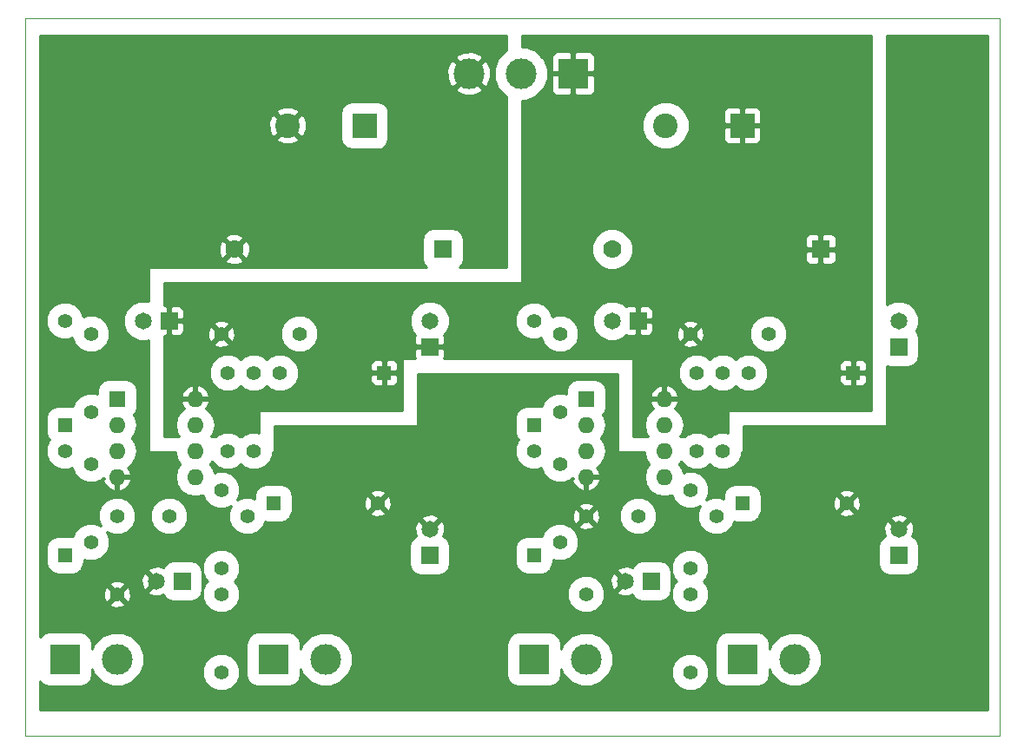
<source format=gbr>
G04 #@! TF.FileFunction,Copper,L1,Top,Signal*
%FSLAX46Y46*%
G04 Gerber Fmt 4.6, Leading zero omitted, Abs format (unit mm)*
G04 Created by KiCad (PCBNEW 4.0.6-e0-6349~52~ubuntu17.04.1) date Sun Oct 15 13:20:49 2017*
%MOMM*%
%LPD*%
G01*
G04 APERTURE LIST*
%ADD10C,0.150000*%
%ADD11C,0.100000*%
%ADD12R,1.651000X1.651000*%
%ADD13C,1.651000*%
%ADD14R,1.778000X1.778000*%
%ADD15C,1.778000*%
%ADD16R,3.000000X3.000000*%
%ADD17C,3.000000*%
%ADD18R,1.600000X1.600000*%
%ADD19O,1.600000X1.600000*%
%ADD20R,2.400000X2.400000*%
%ADD21C,2.400000*%
%ADD22R,1.397000X1.397000*%
%ADD23C,1.397000*%
%ADD24C,0.254000*%
G04 APERTURE END LIST*
D10*
D11*
X180000000Y-20000000D02*
X180000000Y-90000000D01*
X85000000Y-20000000D02*
X180000000Y-20000000D01*
X180000000Y-90000000D02*
X85000000Y-90000000D01*
X85000000Y-90000000D02*
X85000000Y-20000000D01*
X85000000Y-90000000D02*
X180000000Y-90000000D01*
D12*
X144780000Y-49530000D03*
D13*
X142240000Y-49530000D03*
D14*
X162560000Y-42545000D03*
D15*
X142240000Y-42545000D03*
D12*
X100330000Y-74930000D03*
D13*
X97790000Y-74930000D03*
D14*
X125730000Y-42545000D03*
D15*
X105410000Y-42545000D03*
D12*
X99060000Y-49530000D03*
D13*
X96520000Y-49530000D03*
D12*
X146050000Y-74930000D03*
D13*
X143510000Y-74930000D03*
D16*
X138430000Y-25400000D03*
D17*
X133350000Y-25400000D03*
X128270000Y-25400000D03*
D18*
X93980000Y-57150000D03*
D19*
X101600000Y-64770000D03*
X93980000Y-59690000D03*
X101600000Y-62230000D03*
X93980000Y-62230000D03*
X101600000Y-59690000D03*
X93980000Y-64770000D03*
X101600000Y-57150000D03*
D18*
X139700000Y-57150000D03*
D19*
X147320000Y-64770000D03*
X139700000Y-59690000D03*
X147320000Y-62230000D03*
X139700000Y-62230000D03*
X147320000Y-59690000D03*
X139700000Y-64770000D03*
X147320000Y-57150000D03*
D20*
X154940000Y-30480000D03*
D21*
X147440000Y-30480000D03*
D20*
X118110000Y-30480000D03*
D21*
X110610000Y-30480000D03*
D22*
X88900000Y-72390000D03*
D23*
X88900000Y-62230000D03*
D22*
X88900000Y-59690000D03*
D23*
X88900000Y-49530000D03*
D22*
X134620000Y-59690000D03*
D23*
X134620000Y-49530000D03*
D22*
X134620000Y-72390000D03*
D23*
X134620000Y-62230000D03*
X104140000Y-50800000D03*
X111760000Y-50800000D03*
X149860000Y-50800000D03*
X157480000Y-50800000D03*
X139700000Y-76200000D03*
X139700000Y-68580000D03*
X93980000Y-68580000D03*
X93980000Y-76200000D03*
X106680000Y-68580000D03*
X99060000Y-68580000D03*
X104775000Y-54610000D03*
X104775000Y-62230000D03*
X104140000Y-76200000D03*
X104140000Y-83820000D03*
X150495000Y-54610000D03*
X150495000Y-62230000D03*
X149860000Y-76200000D03*
X149860000Y-83820000D03*
X152400000Y-68580000D03*
X144780000Y-68580000D03*
X91440000Y-63500000D03*
X91440000Y-71120000D03*
X107315000Y-54610000D03*
X107315000Y-62230000D03*
X91440000Y-58420000D03*
X91440000Y-50800000D03*
X104140000Y-73660000D03*
X104140000Y-66040000D03*
X149860000Y-66040000D03*
X149860000Y-73660000D03*
X137160000Y-58420000D03*
X137160000Y-50800000D03*
X153035000Y-62230000D03*
X153035000Y-54610000D03*
X137160000Y-63500000D03*
X137160000Y-71120000D03*
D12*
X124460000Y-52070000D03*
D13*
X124460000Y-49530000D03*
D12*
X170180000Y-72390000D03*
D13*
X170180000Y-69850000D03*
D12*
X170180000Y-52070000D03*
D13*
X170180000Y-49530000D03*
D12*
X124460000Y-72390000D03*
D13*
X124460000Y-69850000D03*
D22*
X120015000Y-54610000D03*
D23*
X109855000Y-54610000D03*
D22*
X109220000Y-67310000D03*
D23*
X119380000Y-67310000D03*
D22*
X165735000Y-54610000D03*
D23*
X155575000Y-54610000D03*
D22*
X154940000Y-67310000D03*
D23*
X165100000Y-67310000D03*
D16*
X109220000Y-82550000D03*
D17*
X114300000Y-82550000D03*
D16*
X154940000Y-82550000D03*
D17*
X160020000Y-82550000D03*
D16*
X88900000Y-82550000D03*
D17*
X93980000Y-82550000D03*
D16*
X134620000Y-82550000D03*
D17*
X139700000Y-82550000D03*
D24*
G36*
X167513000Y-58293000D02*
X153670000Y-58293000D01*
X153620590Y-58303006D01*
X153578965Y-58331447D01*
X153551685Y-58373841D01*
X153543000Y-58420000D01*
X153543000Y-60464317D01*
X153399708Y-60404817D01*
X152673479Y-60404183D01*
X152002288Y-60681514D01*
X151850537Y-60833000D01*
X151679833Y-60833000D01*
X151530413Y-60683319D01*
X150859708Y-60404817D01*
X150133479Y-60404183D01*
X149462288Y-60681514D01*
X149310537Y-60833000D01*
X148867076Y-60833000D01*
X149138068Y-60427431D01*
X149284752Y-59690000D01*
X149138068Y-58952569D01*
X148720347Y-58327405D01*
X148366594Y-58091035D01*
X148551041Y-57887423D01*
X148711904Y-57499039D01*
X148589915Y-57277000D01*
X147447000Y-57277000D01*
X147447000Y-57297000D01*
X147193000Y-57297000D01*
X147193000Y-57277000D01*
X146050085Y-57277000D01*
X145928096Y-57499039D01*
X146088959Y-57887423D01*
X146273406Y-58091035D01*
X145919653Y-58327405D01*
X145501932Y-58952569D01*
X145355248Y-59690000D01*
X145501932Y-60427431D01*
X145772924Y-60833000D01*
X144272000Y-60833000D01*
X144272000Y-56800961D01*
X145928096Y-56800961D01*
X146050085Y-57023000D01*
X147193000Y-57023000D01*
X147193000Y-55879371D01*
X147447000Y-55879371D01*
X147447000Y-57023000D01*
X148589915Y-57023000D01*
X148711904Y-56800961D01*
X148551041Y-56412577D01*
X148175134Y-55997611D01*
X147669041Y-55758086D01*
X147447000Y-55879371D01*
X147193000Y-55879371D01*
X146970959Y-55758086D01*
X146464866Y-55997611D01*
X146088959Y-56412577D01*
X145928096Y-56800961D01*
X144272000Y-56800961D01*
X144272000Y-54971521D01*
X148669183Y-54971521D01*
X148946514Y-55642712D01*
X149459587Y-56156681D01*
X150130292Y-56435183D01*
X150856521Y-56435817D01*
X151527712Y-56158486D01*
X151764964Y-55921648D01*
X151999587Y-56156681D01*
X152670292Y-56435183D01*
X153396521Y-56435817D01*
X154067712Y-56158486D01*
X154304964Y-55921648D01*
X154539587Y-56156681D01*
X155210292Y-56435183D01*
X155936521Y-56435817D01*
X156607712Y-56158486D01*
X157121681Y-55645413D01*
X157400183Y-54974708D01*
X157400251Y-54895750D01*
X164401500Y-54895750D01*
X164401500Y-55434810D01*
X164498173Y-55668199D01*
X164676802Y-55846827D01*
X164910191Y-55943500D01*
X165449250Y-55943500D01*
X165608000Y-55784750D01*
X165608000Y-54737000D01*
X165862000Y-54737000D01*
X165862000Y-55784750D01*
X166020750Y-55943500D01*
X166559809Y-55943500D01*
X166793198Y-55846827D01*
X166971827Y-55668199D01*
X167068500Y-55434810D01*
X167068500Y-54895750D01*
X166909750Y-54737000D01*
X165862000Y-54737000D01*
X165608000Y-54737000D01*
X164560250Y-54737000D01*
X164401500Y-54895750D01*
X157400251Y-54895750D01*
X157400817Y-54248479D01*
X157209390Y-53785190D01*
X164401500Y-53785190D01*
X164401500Y-54324250D01*
X164560250Y-54483000D01*
X165608000Y-54483000D01*
X165608000Y-53435250D01*
X165862000Y-53435250D01*
X165862000Y-54483000D01*
X166909750Y-54483000D01*
X167068500Y-54324250D01*
X167068500Y-53785190D01*
X166971827Y-53551801D01*
X166793198Y-53373173D01*
X166559809Y-53276500D01*
X166020750Y-53276500D01*
X165862000Y-53435250D01*
X165608000Y-53435250D01*
X165449250Y-53276500D01*
X164910191Y-53276500D01*
X164676802Y-53373173D01*
X164498173Y-53551801D01*
X164401500Y-53785190D01*
X157209390Y-53785190D01*
X157123486Y-53577288D01*
X156610413Y-53063319D01*
X155939708Y-52784817D01*
X155213479Y-52784183D01*
X154542288Y-53061514D01*
X154305036Y-53298352D01*
X154070413Y-53063319D01*
X153399708Y-52784817D01*
X152673479Y-52784183D01*
X152002288Y-53061514D01*
X151765036Y-53298352D01*
X151530413Y-53063319D01*
X150859708Y-52784817D01*
X150133479Y-52784183D01*
X149462288Y-53061514D01*
X148948319Y-53574587D01*
X148669817Y-54245292D01*
X148669183Y-54971521D01*
X144272000Y-54971521D01*
X144272000Y-53340000D01*
X144261994Y-53290590D01*
X144233553Y-53248965D01*
X144191159Y-53221685D01*
X144145000Y-53213000D01*
X125841306Y-53213000D01*
X125920500Y-53021809D01*
X125920500Y-52355750D01*
X125761750Y-52197000D01*
X124587000Y-52197000D01*
X124587000Y-52217000D01*
X124333000Y-52217000D01*
X124333000Y-52197000D01*
X123158250Y-52197000D01*
X122999500Y-52355750D01*
X122999500Y-53021809D01*
X123078694Y-53213000D01*
X121920000Y-53213000D01*
X121870590Y-53223006D01*
X121828965Y-53251447D01*
X121801685Y-53293841D01*
X121793000Y-53340000D01*
X121793000Y-58293000D01*
X107950000Y-58293000D01*
X107900590Y-58303006D01*
X107858965Y-58331447D01*
X107831685Y-58373841D01*
X107823000Y-58420000D01*
X107823000Y-60464317D01*
X107679708Y-60404817D01*
X106953479Y-60404183D01*
X106282288Y-60681514D01*
X106130537Y-60833000D01*
X105959833Y-60833000D01*
X105810413Y-60683319D01*
X105139708Y-60404817D01*
X104413479Y-60404183D01*
X103742288Y-60681514D01*
X103590537Y-60833000D01*
X103147076Y-60833000D01*
X103418068Y-60427431D01*
X103564752Y-59690000D01*
X103418068Y-58952569D01*
X103000347Y-58327405D01*
X102646594Y-58091035D01*
X102831041Y-57887423D01*
X102991904Y-57499039D01*
X102869915Y-57277000D01*
X101727000Y-57277000D01*
X101727000Y-57297000D01*
X101473000Y-57297000D01*
X101473000Y-57277000D01*
X100330085Y-57277000D01*
X100208096Y-57499039D01*
X100368959Y-57887423D01*
X100553406Y-58091035D01*
X100199653Y-58327405D01*
X99781932Y-58952569D01*
X99635248Y-59690000D01*
X99781932Y-60427431D01*
X100052924Y-60833000D01*
X98552000Y-60833000D01*
X98552000Y-56800961D01*
X100208096Y-56800961D01*
X100330085Y-57023000D01*
X101473000Y-57023000D01*
X101473000Y-55879371D01*
X101727000Y-55879371D01*
X101727000Y-57023000D01*
X102869915Y-57023000D01*
X102991904Y-56800961D01*
X102831041Y-56412577D01*
X102455134Y-55997611D01*
X101949041Y-55758086D01*
X101727000Y-55879371D01*
X101473000Y-55879371D01*
X101250959Y-55758086D01*
X100744866Y-55997611D01*
X100368959Y-56412577D01*
X100208096Y-56800961D01*
X98552000Y-56800961D01*
X98552000Y-54971521D01*
X102949183Y-54971521D01*
X103226514Y-55642712D01*
X103739587Y-56156681D01*
X104410292Y-56435183D01*
X105136521Y-56435817D01*
X105807712Y-56158486D01*
X106044964Y-55921648D01*
X106279587Y-56156681D01*
X106950292Y-56435183D01*
X107676521Y-56435817D01*
X108347712Y-56158486D01*
X108584964Y-55921648D01*
X108819587Y-56156681D01*
X109490292Y-56435183D01*
X110216521Y-56435817D01*
X110887712Y-56158486D01*
X111401681Y-55645413D01*
X111680183Y-54974708D01*
X111680251Y-54895750D01*
X118681500Y-54895750D01*
X118681500Y-55434810D01*
X118778173Y-55668199D01*
X118956802Y-55846827D01*
X119190191Y-55943500D01*
X119729250Y-55943500D01*
X119888000Y-55784750D01*
X119888000Y-54737000D01*
X120142000Y-54737000D01*
X120142000Y-55784750D01*
X120300750Y-55943500D01*
X120839809Y-55943500D01*
X121073198Y-55846827D01*
X121251827Y-55668199D01*
X121348500Y-55434810D01*
X121348500Y-54895750D01*
X121189750Y-54737000D01*
X120142000Y-54737000D01*
X119888000Y-54737000D01*
X118840250Y-54737000D01*
X118681500Y-54895750D01*
X111680251Y-54895750D01*
X111680817Y-54248479D01*
X111489390Y-53785190D01*
X118681500Y-53785190D01*
X118681500Y-54324250D01*
X118840250Y-54483000D01*
X119888000Y-54483000D01*
X119888000Y-53435250D01*
X120142000Y-53435250D01*
X120142000Y-54483000D01*
X121189750Y-54483000D01*
X121348500Y-54324250D01*
X121348500Y-53785190D01*
X121251827Y-53551801D01*
X121073198Y-53373173D01*
X120839809Y-53276500D01*
X120300750Y-53276500D01*
X120142000Y-53435250D01*
X119888000Y-53435250D01*
X119729250Y-53276500D01*
X119190191Y-53276500D01*
X118956802Y-53373173D01*
X118778173Y-53551801D01*
X118681500Y-53785190D01*
X111489390Y-53785190D01*
X111403486Y-53577288D01*
X110890413Y-53063319D01*
X110219708Y-52784817D01*
X109493479Y-52784183D01*
X108822288Y-53061514D01*
X108585036Y-53298352D01*
X108350413Y-53063319D01*
X107679708Y-52784817D01*
X106953479Y-52784183D01*
X106282288Y-53061514D01*
X106045036Y-53298352D01*
X105810413Y-53063319D01*
X105139708Y-52784817D01*
X104413479Y-52784183D01*
X103742288Y-53061514D01*
X103228319Y-53574587D01*
X102949817Y-54245292D01*
X102949183Y-54971521D01*
X98552000Y-54971521D01*
X98552000Y-51734188D01*
X103385417Y-51734188D01*
X103447071Y-51969800D01*
X103947480Y-52145927D01*
X104477199Y-52117148D01*
X104832929Y-51969800D01*
X104894583Y-51734188D01*
X104140000Y-50979605D01*
X103385417Y-51734188D01*
X98552000Y-51734188D01*
X98552000Y-50990500D01*
X98774250Y-50990500D01*
X98933000Y-50831750D01*
X98933000Y-49657000D01*
X99187000Y-49657000D01*
X99187000Y-50831750D01*
X99345750Y-50990500D01*
X100011809Y-50990500D01*
X100245198Y-50893827D01*
X100423827Y-50715199D01*
X100468445Y-50607480D01*
X102794073Y-50607480D01*
X102822852Y-51137199D01*
X102970200Y-51492929D01*
X103205812Y-51554583D01*
X103960395Y-50800000D01*
X104319605Y-50800000D01*
X105074188Y-51554583D01*
X105309800Y-51492929D01*
X105426444Y-51161521D01*
X109934183Y-51161521D01*
X110211514Y-51832712D01*
X110724587Y-52346681D01*
X111395292Y-52625183D01*
X112121521Y-52625817D01*
X112792712Y-52348486D01*
X113306681Y-51835413D01*
X113585183Y-51164708D01*
X113585817Y-50438479D01*
X113370211Y-49916672D01*
X122507162Y-49916672D01*
X122803786Y-50634558D01*
X123083686Y-50914947D01*
X122999500Y-51118191D01*
X122999500Y-51784250D01*
X123158250Y-51943000D01*
X124333000Y-51943000D01*
X124333000Y-51923000D01*
X124587000Y-51923000D01*
X124587000Y-51943000D01*
X125761750Y-51943000D01*
X125920500Y-51784250D01*
X125920500Y-51118191D01*
X125836309Y-50914937D01*
X126114284Y-50637447D01*
X126412161Y-49920080D01*
X126412185Y-49891521D01*
X132794183Y-49891521D01*
X133071514Y-50562712D01*
X133584587Y-51076681D01*
X134255292Y-51355183D01*
X134981521Y-51355817D01*
X135351328Y-51203015D01*
X135611514Y-51832712D01*
X136124587Y-52346681D01*
X136795292Y-52625183D01*
X137521521Y-52625817D01*
X138192712Y-52348486D01*
X138706681Y-51835413D01*
X138748713Y-51734188D01*
X149105417Y-51734188D01*
X149167071Y-51969800D01*
X149667480Y-52145927D01*
X150197199Y-52117148D01*
X150552929Y-51969800D01*
X150614583Y-51734188D01*
X149860000Y-50979605D01*
X149105417Y-51734188D01*
X138748713Y-51734188D01*
X138985183Y-51164708D01*
X138985817Y-50438479D01*
X138770211Y-49916672D01*
X140287162Y-49916672D01*
X140583786Y-50634558D01*
X141132553Y-51184284D01*
X141849920Y-51482161D01*
X142626672Y-51482838D01*
X143344558Y-51186214D01*
X143624947Y-50906314D01*
X143828191Y-50990500D01*
X144494250Y-50990500D01*
X144653000Y-50831750D01*
X144653000Y-49657000D01*
X144907000Y-49657000D01*
X144907000Y-50831750D01*
X145065750Y-50990500D01*
X145731809Y-50990500D01*
X145965198Y-50893827D01*
X146143827Y-50715199D01*
X146188445Y-50607480D01*
X148514073Y-50607480D01*
X148542852Y-51137199D01*
X148690200Y-51492929D01*
X148925812Y-51554583D01*
X149680395Y-50800000D01*
X150039605Y-50800000D01*
X150794188Y-51554583D01*
X151029800Y-51492929D01*
X151146444Y-51161521D01*
X155654183Y-51161521D01*
X155931514Y-51832712D01*
X156444587Y-52346681D01*
X157115292Y-52625183D01*
X157841521Y-52625817D01*
X158512712Y-52348486D01*
X159026681Y-51835413D01*
X159305183Y-51164708D01*
X159305817Y-50438479D01*
X159028486Y-49767288D01*
X158515413Y-49253319D01*
X157844708Y-48974817D01*
X157118479Y-48974183D01*
X156447288Y-49251514D01*
X155933319Y-49764587D01*
X155654817Y-50435292D01*
X155654183Y-51161521D01*
X151146444Y-51161521D01*
X151205927Y-50992520D01*
X151177148Y-50462801D01*
X151029800Y-50107071D01*
X150794188Y-50045417D01*
X150039605Y-50800000D01*
X149680395Y-50800000D01*
X148925812Y-50045417D01*
X148690200Y-50107071D01*
X148514073Y-50607480D01*
X146188445Y-50607480D01*
X146240500Y-50481810D01*
X146240500Y-49865812D01*
X149105417Y-49865812D01*
X149860000Y-50620395D01*
X150614583Y-49865812D01*
X150552929Y-49630200D01*
X150052520Y-49454073D01*
X149522801Y-49482852D01*
X149167071Y-49630200D01*
X149105417Y-49865812D01*
X146240500Y-49865812D01*
X146240500Y-49815750D01*
X146081750Y-49657000D01*
X144907000Y-49657000D01*
X144653000Y-49657000D01*
X144633000Y-49657000D01*
X144633000Y-49403000D01*
X144653000Y-49403000D01*
X144653000Y-48228250D01*
X144907000Y-48228250D01*
X144907000Y-49403000D01*
X146081750Y-49403000D01*
X146240500Y-49244250D01*
X146240500Y-48578190D01*
X146143827Y-48344801D01*
X145965198Y-48166173D01*
X145731809Y-48069500D01*
X145065750Y-48069500D01*
X144907000Y-48228250D01*
X144653000Y-48228250D01*
X144494250Y-48069500D01*
X143828191Y-48069500D01*
X143624937Y-48153691D01*
X143347447Y-47875716D01*
X142630080Y-47577839D01*
X141853328Y-47577162D01*
X141135442Y-47873786D01*
X140585716Y-48422553D01*
X140287839Y-49139920D01*
X140287162Y-49916672D01*
X138770211Y-49916672D01*
X138708486Y-49767288D01*
X138195413Y-49253319D01*
X137524708Y-48974817D01*
X136798479Y-48974183D01*
X136428672Y-49126985D01*
X136168486Y-48497288D01*
X135655413Y-47983319D01*
X134984708Y-47704817D01*
X134258479Y-47704183D01*
X133587288Y-47981514D01*
X133073319Y-48494587D01*
X132794817Y-49165292D01*
X132794183Y-49891521D01*
X126412185Y-49891521D01*
X126412838Y-49143328D01*
X126116214Y-48425442D01*
X125567447Y-47875716D01*
X124850080Y-47577839D01*
X124073328Y-47577162D01*
X123355442Y-47873786D01*
X122805716Y-48422553D01*
X122507839Y-49139920D01*
X122507162Y-49916672D01*
X113370211Y-49916672D01*
X113308486Y-49767288D01*
X112795413Y-49253319D01*
X112124708Y-48974817D01*
X111398479Y-48974183D01*
X110727288Y-49251514D01*
X110213319Y-49764587D01*
X109934817Y-50435292D01*
X109934183Y-51161521D01*
X105426444Y-51161521D01*
X105485927Y-50992520D01*
X105457148Y-50462801D01*
X105309800Y-50107071D01*
X105074188Y-50045417D01*
X104319605Y-50800000D01*
X103960395Y-50800000D01*
X103205812Y-50045417D01*
X102970200Y-50107071D01*
X102794073Y-50607480D01*
X100468445Y-50607480D01*
X100520500Y-50481810D01*
X100520500Y-49865812D01*
X103385417Y-49865812D01*
X104140000Y-50620395D01*
X104894583Y-49865812D01*
X104832929Y-49630200D01*
X104332520Y-49454073D01*
X103802801Y-49482852D01*
X103447071Y-49630200D01*
X103385417Y-49865812D01*
X100520500Y-49865812D01*
X100520500Y-49815750D01*
X100361750Y-49657000D01*
X99187000Y-49657000D01*
X98933000Y-49657000D01*
X98913000Y-49657000D01*
X98913000Y-49403000D01*
X98933000Y-49403000D01*
X98933000Y-48228250D01*
X99187000Y-48228250D01*
X99187000Y-49403000D01*
X100361750Y-49403000D01*
X100520500Y-49244250D01*
X100520500Y-48578190D01*
X100423827Y-48344801D01*
X100245198Y-48166173D01*
X100011809Y-48069500D01*
X99345750Y-48069500D01*
X99187000Y-48228250D01*
X98933000Y-48228250D01*
X98774250Y-48069500D01*
X98552000Y-48069500D01*
X98552000Y-45847000D01*
X133350000Y-45847000D01*
X133399410Y-45836994D01*
X133441035Y-45808553D01*
X133468315Y-45766159D01*
X133477000Y-45720000D01*
X133477000Y-42944248D01*
X140223651Y-42944248D01*
X140529922Y-43685481D01*
X141096537Y-44253085D01*
X141837233Y-44560650D01*
X142639248Y-44561349D01*
X143380481Y-44255078D01*
X143948085Y-43688463D01*
X144255650Y-42947767D01*
X144255751Y-42830750D01*
X161036000Y-42830750D01*
X161036000Y-43560310D01*
X161132673Y-43793699D01*
X161311302Y-43972327D01*
X161544691Y-44069000D01*
X162274250Y-44069000D01*
X162433000Y-43910250D01*
X162433000Y-42672000D01*
X162687000Y-42672000D01*
X162687000Y-43910250D01*
X162845750Y-44069000D01*
X163575309Y-44069000D01*
X163808698Y-43972327D01*
X163987327Y-43793699D01*
X164084000Y-43560310D01*
X164084000Y-42830750D01*
X163925250Y-42672000D01*
X162687000Y-42672000D01*
X162433000Y-42672000D01*
X161194750Y-42672000D01*
X161036000Y-42830750D01*
X144255751Y-42830750D01*
X144256349Y-42145752D01*
X144001798Y-41529690D01*
X161036000Y-41529690D01*
X161036000Y-42259250D01*
X161194750Y-42418000D01*
X162433000Y-42418000D01*
X162433000Y-41179750D01*
X162687000Y-41179750D01*
X162687000Y-42418000D01*
X163925250Y-42418000D01*
X164084000Y-42259250D01*
X164084000Y-41529690D01*
X163987327Y-41296301D01*
X163808698Y-41117673D01*
X163575309Y-41021000D01*
X162845750Y-41021000D01*
X162687000Y-41179750D01*
X162433000Y-41179750D01*
X162274250Y-41021000D01*
X161544691Y-41021000D01*
X161311302Y-41117673D01*
X161132673Y-41296301D01*
X161036000Y-41529690D01*
X144001798Y-41529690D01*
X143950078Y-41404519D01*
X143383463Y-40836915D01*
X142642767Y-40529350D01*
X141840752Y-40528651D01*
X141099519Y-40834922D01*
X140531915Y-41401537D01*
X140224350Y-42142233D01*
X140223651Y-42944248D01*
X133477000Y-42944248D01*
X133477000Y-30940838D01*
X145112597Y-30940838D01*
X145466115Y-31796418D01*
X146120139Y-32451585D01*
X146975100Y-32806596D01*
X147900838Y-32807403D01*
X148756418Y-32453885D01*
X149411585Y-31799861D01*
X149766596Y-30944900D01*
X149766752Y-30765750D01*
X153105000Y-30765750D01*
X153105000Y-31806310D01*
X153201673Y-32039699D01*
X153380302Y-32218327D01*
X153613691Y-32315000D01*
X154654250Y-32315000D01*
X154813000Y-32156250D01*
X154813000Y-30607000D01*
X155067000Y-30607000D01*
X155067000Y-32156250D01*
X155225750Y-32315000D01*
X156266309Y-32315000D01*
X156499698Y-32218327D01*
X156678327Y-32039699D01*
X156775000Y-31806310D01*
X156775000Y-30765750D01*
X156616250Y-30607000D01*
X155067000Y-30607000D01*
X154813000Y-30607000D01*
X153263750Y-30607000D01*
X153105000Y-30765750D01*
X149766752Y-30765750D01*
X149767403Y-30019162D01*
X149413885Y-29163582D01*
X149404011Y-29153690D01*
X153105000Y-29153690D01*
X153105000Y-30194250D01*
X153263750Y-30353000D01*
X154813000Y-30353000D01*
X154813000Y-28803750D01*
X155067000Y-28803750D01*
X155067000Y-30353000D01*
X156616250Y-30353000D01*
X156775000Y-30194250D01*
X156775000Y-29153690D01*
X156678327Y-28920301D01*
X156499698Y-28741673D01*
X156266309Y-28645000D01*
X155225750Y-28645000D01*
X155067000Y-28803750D01*
X154813000Y-28803750D01*
X154654250Y-28645000D01*
X153613691Y-28645000D01*
X153380302Y-28741673D01*
X153201673Y-28920301D01*
X153105000Y-29153690D01*
X149404011Y-29153690D01*
X148759861Y-28508415D01*
X147904900Y-28153404D01*
X146979162Y-28152597D01*
X146123582Y-28506115D01*
X145468415Y-29160139D01*
X145113404Y-30015100D01*
X145112597Y-30940838D01*
X133477000Y-30940838D01*
X133477000Y-28027112D01*
X133870250Y-28027455D01*
X134836132Y-27628361D01*
X135575764Y-26890019D01*
X135976543Y-25924835D01*
X135976751Y-25685750D01*
X136295000Y-25685750D01*
X136295000Y-27026310D01*
X136391673Y-27259699D01*
X136570302Y-27438327D01*
X136803691Y-27535000D01*
X138144250Y-27535000D01*
X138303000Y-27376250D01*
X138303000Y-25527000D01*
X138557000Y-25527000D01*
X138557000Y-27376250D01*
X138715750Y-27535000D01*
X140056309Y-27535000D01*
X140289698Y-27438327D01*
X140468327Y-27259699D01*
X140565000Y-27026310D01*
X140565000Y-25685750D01*
X140406250Y-25527000D01*
X138557000Y-25527000D01*
X138303000Y-25527000D01*
X136453750Y-25527000D01*
X136295000Y-25685750D01*
X135976751Y-25685750D01*
X135977455Y-24879750D01*
X135578361Y-23913868D01*
X135438428Y-23773690D01*
X136295000Y-23773690D01*
X136295000Y-25114250D01*
X136453750Y-25273000D01*
X138303000Y-25273000D01*
X138303000Y-23423750D01*
X138557000Y-23423750D01*
X138557000Y-25273000D01*
X140406250Y-25273000D01*
X140565000Y-25114250D01*
X140565000Y-23773690D01*
X140468327Y-23540301D01*
X140289698Y-23361673D01*
X140056309Y-23265000D01*
X138715750Y-23265000D01*
X138557000Y-23423750D01*
X138303000Y-23423750D01*
X138144250Y-23265000D01*
X136803691Y-23265000D01*
X136570302Y-23361673D01*
X136391673Y-23540301D01*
X136295000Y-23773690D01*
X135438428Y-23773690D01*
X134840019Y-23174236D01*
X133874835Y-22773457D01*
X133477000Y-22773110D01*
X133477000Y-21717000D01*
X167513000Y-21717000D01*
X167513000Y-58293000D01*
X167513000Y-58293000D01*
G37*
X167513000Y-58293000D02*
X153670000Y-58293000D01*
X153620590Y-58303006D01*
X153578965Y-58331447D01*
X153551685Y-58373841D01*
X153543000Y-58420000D01*
X153543000Y-60464317D01*
X153399708Y-60404817D01*
X152673479Y-60404183D01*
X152002288Y-60681514D01*
X151850537Y-60833000D01*
X151679833Y-60833000D01*
X151530413Y-60683319D01*
X150859708Y-60404817D01*
X150133479Y-60404183D01*
X149462288Y-60681514D01*
X149310537Y-60833000D01*
X148867076Y-60833000D01*
X149138068Y-60427431D01*
X149284752Y-59690000D01*
X149138068Y-58952569D01*
X148720347Y-58327405D01*
X148366594Y-58091035D01*
X148551041Y-57887423D01*
X148711904Y-57499039D01*
X148589915Y-57277000D01*
X147447000Y-57277000D01*
X147447000Y-57297000D01*
X147193000Y-57297000D01*
X147193000Y-57277000D01*
X146050085Y-57277000D01*
X145928096Y-57499039D01*
X146088959Y-57887423D01*
X146273406Y-58091035D01*
X145919653Y-58327405D01*
X145501932Y-58952569D01*
X145355248Y-59690000D01*
X145501932Y-60427431D01*
X145772924Y-60833000D01*
X144272000Y-60833000D01*
X144272000Y-56800961D01*
X145928096Y-56800961D01*
X146050085Y-57023000D01*
X147193000Y-57023000D01*
X147193000Y-55879371D01*
X147447000Y-55879371D01*
X147447000Y-57023000D01*
X148589915Y-57023000D01*
X148711904Y-56800961D01*
X148551041Y-56412577D01*
X148175134Y-55997611D01*
X147669041Y-55758086D01*
X147447000Y-55879371D01*
X147193000Y-55879371D01*
X146970959Y-55758086D01*
X146464866Y-55997611D01*
X146088959Y-56412577D01*
X145928096Y-56800961D01*
X144272000Y-56800961D01*
X144272000Y-54971521D01*
X148669183Y-54971521D01*
X148946514Y-55642712D01*
X149459587Y-56156681D01*
X150130292Y-56435183D01*
X150856521Y-56435817D01*
X151527712Y-56158486D01*
X151764964Y-55921648D01*
X151999587Y-56156681D01*
X152670292Y-56435183D01*
X153396521Y-56435817D01*
X154067712Y-56158486D01*
X154304964Y-55921648D01*
X154539587Y-56156681D01*
X155210292Y-56435183D01*
X155936521Y-56435817D01*
X156607712Y-56158486D01*
X157121681Y-55645413D01*
X157400183Y-54974708D01*
X157400251Y-54895750D01*
X164401500Y-54895750D01*
X164401500Y-55434810D01*
X164498173Y-55668199D01*
X164676802Y-55846827D01*
X164910191Y-55943500D01*
X165449250Y-55943500D01*
X165608000Y-55784750D01*
X165608000Y-54737000D01*
X165862000Y-54737000D01*
X165862000Y-55784750D01*
X166020750Y-55943500D01*
X166559809Y-55943500D01*
X166793198Y-55846827D01*
X166971827Y-55668199D01*
X167068500Y-55434810D01*
X167068500Y-54895750D01*
X166909750Y-54737000D01*
X165862000Y-54737000D01*
X165608000Y-54737000D01*
X164560250Y-54737000D01*
X164401500Y-54895750D01*
X157400251Y-54895750D01*
X157400817Y-54248479D01*
X157209390Y-53785190D01*
X164401500Y-53785190D01*
X164401500Y-54324250D01*
X164560250Y-54483000D01*
X165608000Y-54483000D01*
X165608000Y-53435250D01*
X165862000Y-53435250D01*
X165862000Y-54483000D01*
X166909750Y-54483000D01*
X167068500Y-54324250D01*
X167068500Y-53785190D01*
X166971827Y-53551801D01*
X166793198Y-53373173D01*
X166559809Y-53276500D01*
X166020750Y-53276500D01*
X165862000Y-53435250D01*
X165608000Y-53435250D01*
X165449250Y-53276500D01*
X164910191Y-53276500D01*
X164676802Y-53373173D01*
X164498173Y-53551801D01*
X164401500Y-53785190D01*
X157209390Y-53785190D01*
X157123486Y-53577288D01*
X156610413Y-53063319D01*
X155939708Y-52784817D01*
X155213479Y-52784183D01*
X154542288Y-53061514D01*
X154305036Y-53298352D01*
X154070413Y-53063319D01*
X153399708Y-52784817D01*
X152673479Y-52784183D01*
X152002288Y-53061514D01*
X151765036Y-53298352D01*
X151530413Y-53063319D01*
X150859708Y-52784817D01*
X150133479Y-52784183D01*
X149462288Y-53061514D01*
X148948319Y-53574587D01*
X148669817Y-54245292D01*
X148669183Y-54971521D01*
X144272000Y-54971521D01*
X144272000Y-53340000D01*
X144261994Y-53290590D01*
X144233553Y-53248965D01*
X144191159Y-53221685D01*
X144145000Y-53213000D01*
X125841306Y-53213000D01*
X125920500Y-53021809D01*
X125920500Y-52355750D01*
X125761750Y-52197000D01*
X124587000Y-52197000D01*
X124587000Y-52217000D01*
X124333000Y-52217000D01*
X124333000Y-52197000D01*
X123158250Y-52197000D01*
X122999500Y-52355750D01*
X122999500Y-53021809D01*
X123078694Y-53213000D01*
X121920000Y-53213000D01*
X121870590Y-53223006D01*
X121828965Y-53251447D01*
X121801685Y-53293841D01*
X121793000Y-53340000D01*
X121793000Y-58293000D01*
X107950000Y-58293000D01*
X107900590Y-58303006D01*
X107858965Y-58331447D01*
X107831685Y-58373841D01*
X107823000Y-58420000D01*
X107823000Y-60464317D01*
X107679708Y-60404817D01*
X106953479Y-60404183D01*
X106282288Y-60681514D01*
X106130537Y-60833000D01*
X105959833Y-60833000D01*
X105810413Y-60683319D01*
X105139708Y-60404817D01*
X104413479Y-60404183D01*
X103742288Y-60681514D01*
X103590537Y-60833000D01*
X103147076Y-60833000D01*
X103418068Y-60427431D01*
X103564752Y-59690000D01*
X103418068Y-58952569D01*
X103000347Y-58327405D01*
X102646594Y-58091035D01*
X102831041Y-57887423D01*
X102991904Y-57499039D01*
X102869915Y-57277000D01*
X101727000Y-57277000D01*
X101727000Y-57297000D01*
X101473000Y-57297000D01*
X101473000Y-57277000D01*
X100330085Y-57277000D01*
X100208096Y-57499039D01*
X100368959Y-57887423D01*
X100553406Y-58091035D01*
X100199653Y-58327405D01*
X99781932Y-58952569D01*
X99635248Y-59690000D01*
X99781932Y-60427431D01*
X100052924Y-60833000D01*
X98552000Y-60833000D01*
X98552000Y-56800961D01*
X100208096Y-56800961D01*
X100330085Y-57023000D01*
X101473000Y-57023000D01*
X101473000Y-55879371D01*
X101727000Y-55879371D01*
X101727000Y-57023000D01*
X102869915Y-57023000D01*
X102991904Y-56800961D01*
X102831041Y-56412577D01*
X102455134Y-55997611D01*
X101949041Y-55758086D01*
X101727000Y-55879371D01*
X101473000Y-55879371D01*
X101250959Y-55758086D01*
X100744866Y-55997611D01*
X100368959Y-56412577D01*
X100208096Y-56800961D01*
X98552000Y-56800961D01*
X98552000Y-54971521D01*
X102949183Y-54971521D01*
X103226514Y-55642712D01*
X103739587Y-56156681D01*
X104410292Y-56435183D01*
X105136521Y-56435817D01*
X105807712Y-56158486D01*
X106044964Y-55921648D01*
X106279587Y-56156681D01*
X106950292Y-56435183D01*
X107676521Y-56435817D01*
X108347712Y-56158486D01*
X108584964Y-55921648D01*
X108819587Y-56156681D01*
X109490292Y-56435183D01*
X110216521Y-56435817D01*
X110887712Y-56158486D01*
X111401681Y-55645413D01*
X111680183Y-54974708D01*
X111680251Y-54895750D01*
X118681500Y-54895750D01*
X118681500Y-55434810D01*
X118778173Y-55668199D01*
X118956802Y-55846827D01*
X119190191Y-55943500D01*
X119729250Y-55943500D01*
X119888000Y-55784750D01*
X119888000Y-54737000D01*
X120142000Y-54737000D01*
X120142000Y-55784750D01*
X120300750Y-55943500D01*
X120839809Y-55943500D01*
X121073198Y-55846827D01*
X121251827Y-55668199D01*
X121348500Y-55434810D01*
X121348500Y-54895750D01*
X121189750Y-54737000D01*
X120142000Y-54737000D01*
X119888000Y-54737000D01*
X118840250Y-54737000D01*
X118681500Y-54895750D01*
X111680251Y-54895750D01*
X111680817Y-54248479D01*
X111489390Y-53785190D01*
X118681500Y-53785190D01*
X118681500Y-54324250D01*
X118840250Y-54483000D01*
X119888000Y-54483000D01*
X119888000Y-53435250D01*
X120142000Y-53435250D01*
X120142000Y-54483000D01*
X121189750Y-54483000D01*
X121348500Y-54324250D01*
X121348500Y-53785190D01*
X121251827Y-53551801D01*
X121073198Y-53373173D01*
X120839809Y-53276500D01*
X120300750Y-53276500D01*
X120142000Y-53435250D01*
X119888000Y-53435250D01*
X119729250Y-53276500D01*
X119190191Y-53276500D01*
X118956802Y-53373173D01*
X118778173Y-53551801D01*
X118681500Y-53785190D01*
X111489390Y-53785190D01*
X111403486Y-53577288D01*
X110890413Y-53063319D01*
X110219708Y-52784817D01*
X109493479Y-52784183D01*
X108822288Y-53061514D01*
X108585036Y-53298352D01*
X108350413Y-53063319D01*
X107679708Y-52784817D01*
X106953479Y-52784183D01*
X106282288Y-53061514D01*
X106045036Y-53298352D01*
X105810413Y-53063319D01*
X105139708Y-52784817D01*
X104413479Y-52784183D01*
X103742288Y-53061514D01*
X103228319Y-53574587D01*
X102949817Y-54245292D01*
X102949183Y-54971521D01*
X98552000Y-54971521D01*
X98552000Y-51734188D01*
X103385417Y-51734188D01*
X103447071Y-51969800D01*
X103947480Y-52145927D01*
X104477199Y-52117148D01*
X104832929Y-51969800D01*
X104894583Y-51734188D01*
X104140000Y-50979605D01*
X103385417Y-51734188D01*
X98552000Y-51734188D01*
X98552000Y-50990500D01*
X98774250Y-50990500D01*
X98933000Y-50831750D01*
X98933000Y-49657000D01*
X99187000Y-49657000D01*
X99187000Y-50831750D01*
X99345750Y-50990500D01*
X100011809Y-50990500D01*
X100245198Y-50893827D01*
X100423827Y-50715199D01*
X100468445Y-50607480D01*
X102794073Y-50607480D01*
X102822852Y-51137199D01*
X102970200Y-51492929D01*
X103205812Y-51554583D01*
X103960395Y-50800000D01*
X104319605Y-50800000D01*
X105074188Y-51554583D01*
X105309800Y-51492929D01*
X105426444Y-51161521D01*
X109934183Y-51161521D01*
X110211514Y-51832712D01*
X110724587Y-52346681D01*
X111395292Y-52625183D01*
X112121521Y-52625817D01*
X112792712Y-52348486D01*
X113306681Y-51835413D01*
X113585183Y-51164708D01*
X113585817Y-50438479D01*
X113370211Y-49916672D01*
X122507162Y-49916672D01*
X122803786Y-50634558D01*
X123083686Y-50914947D01*
X122999500Y-51118191D01*
X122999500Y-51784250D01*
X123158250Y-51943000D01*
X124333000Y-51943000D01*
X124333000Y-51923000D01*
X124587000Y-51923000D01*
X124587000Y-51943000D01*
X125761750Y-51943000D01*
X125920500Y-51784250D01*
X125920500Y-51118191D01*
X125836309Y-50914937D01*
X126114284Y-50637447D01*
X126412161Y-49920080D01*
X126412185Y-49891521D01*
X132794183Y-49891521D01*
X133071514Y-50562712D01*
X133584587Y-51076681D01*
X134255292Y-51355183D01*
X134981521Y-51355817D01*
X135351328Y-51203015D01*
X135611514Y-51832712D01*
X136124587Y-52346681D01*
X136795292Y-52625183D01*
X137521521Y-52625817D01*
X138192712Y-52348486D01*
X138706681Y-51835413D01*
X138748713Y-51734188D01*
X149105417Y-51734188D01*
X149167071Y-51969800D01*
X149667480Y-52145927D01*
X150197199Y-52117148D01*
X150552929Y-51969800D01*
X150614583Y-51734188D01*
X149860000Y-50979605D01*
X149105417Y-51734188D01*
X138748713Y-51734188D01*
X138985183Y-51164708D01*
X138985817Y-50438479D01*
X138770211Y-49916672D01*
X140287162Y-49916672D01*
X140583786Y-50634558D01*
X141132553Y-51184284D01*
X141849920Y-51482161D01*
X142626672Y-51482838D01*
X143344558Y-51186214D01*
X143624947Y-50906314D01*
X143828191Y-50990500D01*
X144494250Y-50990500D01*
X144653000Y-50831750D01*
X144653000Y-49657000D01*
X144907000Y-49657000D01*
X144907000Y-50831750D01*
X145065750Y-50990500D01*
X145731809Y-50990500D01*
X145965198Y-50893827D01*
X146143827Y-50715199D01*
X146188445Y-50607480D01*
X148514073Y-50607480D01*
X148542852Y-51137199D01*
X148690200Y-51492929D01*
X148925812Y-51554583D01*
X149680395Y-50800000D01*
X150039605Y-50800000D01*
X150794188Y-51554583D01*
X151029800Y-51492929D01*
X151146444Y-51161521D01*
X155654183Y-51161521D01*
X155931514Y-51832712D01*
X156444587Y-52346681D01*
X157115292Y-52625183D01*
X157841521Y-52625817D01*
X158512712Y-52348486D01*
X159026681Y-51835413D01*
X159305183Y-51164708D01*
X159305817Y-50438479D01*
X159028486Y-49767288D01*
X158515413Y-49253319D01*
X157844708Y-48974817D01*
X157118479Y-48974183D01*
X156447288Y-49251514D01*
X155933319Y-49764587D01*
X155654817Y-50435292D01*
X155654183Y-51161521D01*
X151146444Y-51161521D01*
X151205927Y-50992520D01*
X151177148Y-50462801D01*
X151029800Y-50107071D01*
X150794188Y-50045417D01*
X150039605Y-50800000D01*
X149680395Y-50800000D01*
X148925812Y-50045417D01*
X148690200Y-50107071D01*
X148514073Y-50607480D01*
X146188445Y-50607480D01*
X146240500Y-50481810D01*
X146240500Y-49865812D01*
X149105417Y-49865812D01*
X149860000Y-50620395D01*
X150614583Y-49865812D01*
X150552929Y-49630200D01*
X150052520Y-49454073D01*
X149522801Y-49482852D01*
X149167071Y-49630200D01*
X149105417Y-49865812D01*
X146240500Y-49865812D01*
X146240500Y-49815750D01*
X146081750Y-49657000D01*
X144907000Y-49657000D01*
X144653000Y-49657000D01*
X144633000Y-49657000D01*
X144633000Y-49403000D01*
X144653000Y-49403000D01*
X144653000Y-48228250D01*
X144907000Y-48228250D01*
X144907000Y-49403000D01*
X146081750Y-49403000D01*
X146240500Y-49244250D01*
X146240500Y-48578190D01*
X146143827Y-48344801D01*
X145965198Y-48166173D01*
X145731809Y-48069500D01*
X145065750Y-48069500D01*
X144907000Y-48228250D01*
X144653000Y-48228250D01*
X144494250Y-48069500D01*
X143828191Y-48069500D01*
X143624937Y-48153691D01*
X143347447Y-47875716D01*
X142630080Y-47577839D01*
X141853328Y-47577162D01*
X141135442Y-47873786D01*
X140585716Y-48422553D01*
X140287839Y-49139920D01*
X140287162Y-49916672D01*
X138770211Y-49916672D01*
X138708486Y-49767288D01*
X138195413Y-49253319D01*
X137524708Y-48974817D01*
X136798479Y-48974183D01*
X136428672Y-49126985D01*
X136168486Y-48497288D01*
X135655413Y-47983319D01*
X134984708Y-47704817D01*
X134258479Y-47704183D01*
X133587288Y-47981514D01*
X133073319Y-48494587D01*
X132794817Y-49165292D01*
X132794183Y-49891521D01*
X126412185Y-49891521D01*
X126412838Y-49143328D01*
X126116214Y-48425442D01*
X125567447Y-47875716D01*
X124850080Y-47577839D01*
X124073328Y-47577162D01*
X123355442Y-47873786D01*
X122805716Y-48422553D01*
X122507839Y-49139920D01*
X122507162Y-49916672D01*
X113370211Y-49916672D01*
X113308486Y-49767288D01*
X112795413Y-49253319D01*
X112124708Y-48974817D01*
X111398479Y-48974183D01*
X110727288Y-49251514D01*
X110213319Y-49764587D01*
X109934817Y-50435292D01*
X109934183Y-51161521D01*
X105426444Y-51161521D01*
X105485927Y-50992520D01*
X105457148Y-50462801D01*
X105309800Y-50107071D01*
X105074188Y-50045417D01*
X104319605Y-50800000D01*
X103960395Y-50800000D01*
X103205812Y-50045417D01*
X102970200Y-50107071D01*
X102794073Y-50607480D01*
X100468445Y-50607480D01*
X100520500Y-50481810D01*
X100520500Y-49865812D01*
X103385417Y-49865812D01*
X104140000Y-50620395D01*
X104894583Y-49865812D01*
X104832929Y-49630200D01*
X104332520Y-49454073D01*
X103802801Y-49482852D01*
X103447071Y-49630200D01*
X103385417Y-49865812D01*
X100520500Y-49865812D01*
X100520500Y-49815750D01*
X100361750Y-49657000D01*
X99187000Y-49657000D01*
X98933000Y-49657000D01*
X98913000Y-49657000D01*
X98913000Y-49403000D01*
X98933000Y-49403000D01*
X98933000Y-48228250D01*
X99187000Y-48228250D01*
X99187000Y-49403000D01*
X100361750Y-49403000D01*
X100520500Y-49244250D01*
X100520500Y-48578190D01*
X100423827Y-48344801D01*
X100245198Y-48166173D01*
X100011809Y-48069500D01*
X99345750Y-48069500D01*
X99187000Y-48228250D01*
X98933000Y-48228250D01*
X98774250Y-48069500D01*
X98552000Y-48069500D01*
X98552000Y-45847000D01*
X133350000Y-45847000D01*
X133399410Y-45836994D01*
X133441035Y-45808553D01*
X133468315Y-45766159D01*
X133477000Y-45720000D01*
X133477000Y-42944248D01*
X140223651Y-42944248D01*
X140529922Y-43685481D01*
X141096537Y-44253085D01*
X141837233Y-44560650D01*
X142639248Y-44561349D01*
X143380481Y-44255078D01*
X143948085Y-43688463D01*
X144255650Y-42947767D01*
X144255751Y-42830750D01*
X161036000Y-42830750D01*
X161036000Y-43560310D01*
X161132673Y-43793699D01*
X161311302Y-43972327D01*
X161544691Y-44069000D01*
X162274250Y-44069000D01*
X162433000Y-43910250D01*
X162433000Y-42672000D01*
X162687000Y-42672000D01*
X162687000Y-43910250D01*
X162845750Y-44069000D01*
X163575309Y-44069000D01*
X163808698Y-43972327D01*
X163987327Y-43793699D01*
X164084000Y-43560310D01*
X164084000Y-42830750D01*
X163925250Y-42672000D01*
X162687000Y-42672000D01*
X162433000Y-42672000D01*
X161194750Y-42672000D01*
X161036000Y-42830750D01*
X144255751Y-42830750D01*
X144256349Y-42145752D01*
X144001798Y-41529690D01*
X161036000Y-41529690D01*
X161036000Y-42259250D01*
X161194750Y-42418000D01*
X162433000Y-42418000D01*
X162433000Y-41179750D01*
X162687000Y-41179750D01*
X162687000Y-42418000D01*
X163925250Y-42418000D01*
X164084000Y-42259250D01*
X164084000Y-41529690D01*
X163987327Y-41296301D01*
X163808698Y-41117673D01*
X163575309Y-41021000D01*
X162845750Y-41021000D01*
X162687000Y-41179750D01*
X162433000Y-41179750D01*
X162274250Y-41021000D01*
X161544691Y-41021000D01*
X161311302Y-41117673D01*
X161132673Y-41296301D01*
X161036000Y-41529690D01*
X144001798Y-41529690D01*
X143950078Y-41404519D01*
X143383463Y-40836915D01*
X142642767Y-40529350D01*
X141840752Y-40528651D01*
X141099519Y-40834922D01*
X140531915Y-41401537D01*
X140224350Y-42142233D01*
X140223651Y-42944248D01*
X133477000Y-42944248D01*
X133477000Y-30940838D01*
X145112597Y-30940838D01*
X145466115Y-31796418D01*
X146120139Y-32451585D01*
X146975100Y-32806596D01*
X147900838Y-32807403D01*
X148756418Y-32453885D01*
X149411585Y-31799861D01*
X149766596Y-30944900D01*
X149766752Y-30765750D01*
X153105000Y-30765750D01*
X153105000Y-31806310D01*
X153201673Y-32039699D01*
X153380302Y-32218327D01*
X153613691Y-32315000D01*
X154654250Y-32315000D01*
X154813000Y-32156250D01*
X154813000Y-30607000D01*
X155067000Y-30607000D01*
X155067000Y-32156250D01*
X155225750Y-32315000D01*
X156266309Y-32315000D01*
X156499698Y-32218327D01*
X156678327Y-32039699D01*
X156775000Y-31806310D01*
X156775000Y-30765750D01*
X156616250Y-30607000D01*
X155067000Y-30607000D01*
X154813000Y-30607000D01*
X153263750Y-30607000D01*
X153105000Y-30765750D01*
X149766752Y-30765750D01*
X149767403Y-30019162D01*
X149413885Y-29163582D01*
X149404011Y-29153690D01*
X153105000Y-29153690D01*
X153105000Y-30194250D01*
X153263750Y-30353000D01*
X154813000Y-30353000D01*
X154813000Y-28803750D01*
X155067000Y-28803750D01*
X155067000Y-30353000D01*
X156616250Y-30353000D01*
X156775000Y-30194250D01*
X156775000Y-29153690D01*
X156678327Y-28920301D01*
X156499698Y-28741673D01*
X156266309Y-28645000D01*
X155225750Y-28645000D01*
X155067000Y-28803750D01*
X154813000Y-28803750D01*
X154654250Y-28645000D01*
X153613691Y-28645000D01*
X153380302Y-28741673D01*
X153201673Y-28920301D01*
X153105000Y-29153690D01*
X149404011Y-29153690D01*
X148759861Y-28508415D01*
X147904900Y-28153404D01*
X146979162Y-28152597D01*
X146123582Y-28506115D01*
X145468415Y-29160139D01*
X145113404Y-30015100D01*
X145112597Y-30940838D01*
X133477000Y-30940838D01*
X133477000Y-28027112D01*
X133870250Y-28027455D01*
X134836132Y-27628361D01*
X135575764Y-26890019D01*
X135976543Y-25924835D01*
X135976751Y-25685750D01*
X136295000Y-25685750D01*
X136295000Y-27026310D01*
X136391673Y-27259699D01*
X136570302Y-27438327D01*
X136803691Y-27535000D01*
X138144250Y-27535000D01*
X138303000Y-27376250D01*
X138303000Y-25527000D01*
X138557000Y-25527000D01*
X138557000Y-27376250D01*
X138715750Y-27535000D01*
X140056309Y-27535000D01*
X140289698Y-27438327D01*
X140468327Y-27259699D01*
X140565000Y-27026310D01*
X140565000Y-25685750D01*
X140406250Y-25527000D01*
X138557000Y-25527000D01*
X138303000Y-25527000D01*
X136453750Y-25527000D01*
X136295000Y-25685750D01*
X135976751Y-25685750D01*
X135977455Y-24879750D01*
X135578361Y-23913868D01*
X135438428Y-23773690D01*
X136295000Y-23773690D01*
X136295000Y-25114250D01*
X136453750Y-25273000D01*
X138303000Y-25273000D01*
X138303000Y-23423750D01*
X138557000Y-23423750D01*
X138557000Y-25273000D01*
X140406250Y-25273000D01*
X140565000Y-25114250D01*
X140565000Y-23773690D01*
X140468327Y-23540301D01*
X140289698Y-23361673D01*
X140056309Y-23265000D01*
X138715750Y-23265000D01*
X138557000Y-23423750D01*
X138303000Y-23423750D01*
X138144250Y-23265000D01*
X136803691Y-23265000D01*
X136570302Y-23361673D01*
X136391673Y-23540301D01*
X136295000Y-23773690D01*
X135438428Y-23773690D01*
X134840019Y-23174236D01*
X133874835Y-22773457D01*
X133477000Y-22773110D01*
X133477000Y-21717000D01*
X167513000Y-21717000D01*
X167513000Y-58293000D01*
G36*
X131953000Y-23134810D02*
X131863868Y-23171639D01*
X131124236Y-23909981D01*
X130723457Y-24875165D01*
X130722545Y-25920250D01*
X131121639Y-26886132D01*
X131859981Y-27625764D01*
X131953000Y-27664389D01*
X131953000Y-44323000D01*
X127318691Y-44323000D01*
X127420219Y-44257669D01*
X127677548Y-43881056D01*
X127768079Y-43434000D01*
X127768079Y-41656000D01*
X127689494Y-41238359D01*
X127442669Y-40854781D01*
X127066056Y-40597452D01*
X126619000Y-40506921D01*
X124841000Y-40506921D01*
X124423359Y-40585506D01*
X124039781Y-40832331D01*
X123782452Y-41208944D01*
X123691921Y-41656000D01*
X123691921Y-43434000D01*
X123770506Y-43851641D01*
X124017331Y-44235219D01*
X124145803Y-44323000D01*
X97155000Y-44323000D01*
X97105590Y-44333006D01*
X97063965Y-44361447D01*
X97036685Y-44403841D01*
X97028000Y-44450000D01*
X97028000Y-47626804D01*
X96910080Y-47577839D01*
X96133328Y-47577162D01*
X95415442Y-47873786D01*
X94865716Y-48422553D01*
X94567839Y-49139920D01*
X94567162Y-49916672D01*
X94863786Y-50634558D01*
X95412553Y-51184284D01*
X96129920Y-51482161D01*
X96906672Y-51482838D01*
X97028000Y-51432706D01*
X97028000Y-62230000D01*
X97038006Y-62279410D01*
X97066447Y-62321035D01*
X97108841Y-62348315D01*
X97155000Y-62357000D01*
X99660510Y-62357000D01*
X99781932Y-62967431D01*
X100137783Y-63500000D01*
X99781932Y-64032569D01*
X99635248Y-64770000D01*
X99781932Y-65507431D01*
X100199653Y-66132595D01*
X100824817Y-66550316D01*
X101562248Y-66697000D01*
X101637752Y-66697000D01*
X102375183Y-66550316D01*
X102375560Y-66550064D01*
X102591514Y-67072712D01*
X103104587Y-67586681D01*
X103775292Y-67865183D01*
X104501521Y-67865817D01*
X105103157Y-67617226D01*
X104854817Y-68215292D01*
X104854183Y-68941521D01*
X105131514Y-69612712D01*
X105644587Y-70126681D01*
X106315292Y-70405183D01*
X107041521Y-70405817D01*
X107712712Y-70128486D01*
X108226681Y-69615413D01*
X108424913Y-69138020D01*
X108521500Y-69157579D01*
X109918500Y-69157579D01*
X110336141Y-69078994D01*
X110719719Y-68832169D01*
X110725447Y-68823785D01*
X123613390Y-68823785D01*
X124460000Y-69670395D01*
X125306610Y-68823785D01*
X125229344Y-68575024D01*
X124710060Y-68387480D01*
X138354073Y-68387480D01*
X138382852Y-68917199D01*
X138530200Y-69272929D01*
X138765812Y-69334583D01*
X139520395Y-68580000D01*
X139879605Y-68580000D01*
X140634188Y-69334583D01*
X140869800Y-69272929D01*
X140986444Y-68941521D01*
X142954183Y-68941521D01*
X143231514Y-69612712D01*
X143744587Y-70126681D01*
X144415292Y-70405183D01*
X145141521Y-70405817D01*
X145812712Y-70128486D01*
X146326681Y-69615413D01*
X146605183Y-68944708D01*
X146605817Y-68218479D01*
X146328486Y-67547288D01*
X145815413Y-67033319D01*
X145144708Y-66754817D01*
X144418479Y-66754183D01*
X143747288Y-67031514D01*
X143233319Y-67544587D01*
X142954817Y-68215292D01*
X142954183Y-68941521D01*
X140986444Y-68941521D01*
X141045927Y-68772520D01*
X141017148Y-68242801D01*
X140869800Y-67887071D01*
X140634188Y-67825417D01*
X139879605Y-68580000D01*
X139520395Y-68580000D01*
X138765812Y-67825417D01*
X138530200Y-67887071D01*
X138354073Y-68387480D01*
X124710060Y-68387480D01*
X124682869Y-68377660D01*
X124102465Y-68404447D01*
X123690656Y-68575024D01*
X123613390Y-68823785D01*
X110725447Y-68823785D01*
X110977048Y-68455556D01*
X111019851Y-68244188D01*
X118625417Y-68244188D01*
X118687071Y-68479800D01*
X119187480Y-68655927D01*
X119717199Y-68627148D01*
X120072929Y-68479800D01*
X120134583Y-68244188D01*
X119380000Y-67489605D01*
X118625417Y-68244188D01*
X111019851Y-68244188D01*
X111067579Y-68008500D01*
X111067579Y-67117480D01*
X118034073Y-67117480D01*
X118062852Y-67647199D01*
X118210200Y-68002929D01*
X118445812Y-68064583D01*
X119200395Y-67310000D01*
X119559605Y-67310000D01*
X120314188Y-68064583D01*
X120549800Y-68002929D01*
X120675493Y-67645812D01*
X138945417Y-67645812D01*
X139700000Y-68400395D01*
X140454583Y-67645812D01*
X140392929Y-67410200D01*
X139892520Y-67234073D01*
X139362801Y-67262852D01*
X139007071Y-67410200D01*
X138945417Y-67645812D01*
X120675493Y-67645812D01*
X120725927Y-67502520D01*
X120697148Y-66972801D01*
X120549800Y-66617071D01*
X120314188Y-66555417D01*
X119559605Y-67310000D01*
X119200395Y-67310000D01*
X118445812Y-66555417D01*
X118210200Y-66617071D01*
X118034073Y-67117480D01*
X111067579Y-67117480D01*
X111067579Y-66611500D01*
X111023232Y-66375812D01*
X118625417Y-66375812D01*
X119380000Y-67130395D01*
X120134583Y-66375812D01*
X120072929Y-66140200D01*
X119572520Y-65964073D01*
X119042801Y-65992852D01*
X118687071Y-66140200D01*
X118625417Y-66375812D01*
X111023232Y-66375812D01*
X110988994Y-66193859D01*
X110742169Y-65810281D01*
X110365556Y-65552952D01*
X109918500Y-65462421D01*
X108521500Y-65462421D01*
X108103859Y-65541006D01*
X107720281Y-65787831D01*
X107462952Y-66164444D01*
X107372421Y-66611500D01*
X107372421Y-66890896D01*
X107044708Y-66754817D01*
X106318479Y-66754183D01*
X105716843Y-67002774D01*
X105965183Y-66404708D01*
X105965817Y-65678479D01*
X105688486Y-65007288D01*
X105175413Y-64493319D01*
X104504708Y-64214817D01*
X103778479Y-64214183D01*
X103478822Y-64337999D01*
X103418068Y-64032569D01*
X103062217Y-63500000D01*
X103224318Y-63257398D01*
X103226514Y-63262712D01*
X103739587Y-63776681D01*
X104410292Y-64055183D01*
X105136521Y-64055817D01*
X105807712Y-63778486D01*
X106044964Y-63541648D01*
X106279587Y-63776681D01*
X106950292Y-64055183D01*
X107676521Y-64055817D01*
X108347712Y-63778486D01*
X108861681Y-63265413D01*
X109140183Y-62594708D01*
X109140391Y-62357000D01*
X109220000Y-62357000D01*
X109269410Y-62346994D01*
X109311035Y-62318553D01*
X109338315Y-62276159D01*
X109347000Y-62230000D01*
X109347000Y-59817000D01*
X123190000Y-59817000D01*
X123239410Y-59806994D01*
X123281035Y-59778553D01*
X123308315Y-59736159D01*
X123317000Y-59690000D01*
X123317000Y-58991500D01*
X132772421Y-58991500D01*
X132772421Y-60388500D01*
X132851006Y-60806141D01*
X133090151Y-61177784D01*
X133073319Y-61194587D01*
X132794817Y-61865292D01*
X132794183Y-62591521D01*
X133071514Y-63262712D01*
X133584587Y-63776681D01*
X134255292Y-64055183D01*
X134981521Y-64055817D01*
X135351328Y-63903015D01*
X135611514Y-64532712D01*
X136124587Y-65046681D01*
X136795292Y-65325183D01*
X137521521Y-65325817D01*
X138192712Y-65048486D01*
X138344460Y-64897002D01*
X138430084Y-64897002D01*
X138308096Y-65119039D01*
X138468959Y-65507423D01*
X138844866Y-65922389D01*
X139350959Y-66161914D01*
X139573000Y-66040629D01*
X139573000Y-64897000D01*
X139827000Y-64897000D01*
X139827000Y-66040629D01*
X140049041Y-66161914D01*
X140555134Y-65922389D01*
X140931041Y-65507423D01*
X141091904Y-65119039D01*
X140969915Y-64897000D01*
X139827000Y-64897000D01*
X139573000Y-64897000D01*
X139553000Y-64897000D01*
X139553000Y-64643000D01*
X139573000Y-64643000D01*
X139573000Y-64623000D01*
X139827000Y-64623000D01*
X139827000Y-64643000D01*
X140969915Y-64643000D01*
X141091904Y-64420961D01*
X140931041Y-64032577D01*
X140746594Y-63828965D01*
X141100347Y-63592595D01*
X141518068Y-62967431D01*
X141664752Y-62230000D01*
X141518068Y-61492569D01*
X141162217Y-60960000D01*
X141518068Y-60427431D01*
X141664752Y-59690000D01*
X141518068Y-58952569D01*
X141350418Y-58701663D01*
X141558548Y-58397056D01*
X141649079Y-57950000D01*
X141649079Y-56350000D01*
X141570494Y-55932359D01*
X141323669Y-55548781D01*
X140947056Y-55291452D01*
X140500000Y-55200921D01*
X138900000Y-55200921D01*
X138482359Y-55279506D01*
X138098781Y-55526331D01*
X137841452Y-55902944D01*
X137750921Y-56350000D01*
X137750921Y-56688749D01*
X137524708Y-56594817D01*
X136798479Y-56594183D01*
X136127288Y-56871514D01*
X135613319Y-57384587D01*
X135415087Y-57861980D01*
X135318500Y-57842421D01*
X133921500Y-57842421D01*
X133503859Y-57921006D01*
X133120281Y-58167831D01*
X132862952Y-58544444D01*
X132772421Y-58991500D01*
X123317000Y-58991500D01*
X123317000Y-54737000D01*
X142748000Y-54737000D01*
X142748000Y-62230000D01*
X142758006Y-62279410D01*
X142786447Y-62321035D01*
X142828841Y-62348315D01*
X142875000Y-62357000D01*
X145380510Y-62357000D01*
X145501932Y-62967431D01*
X145857783Y-63500000D01*
X145501932Y-64032569D01*
X145355248Y-64770000D01*
X145501932Y-65507431D01*
X145919653Y-66132595D01*
X146544817Y-66550316D01*
X147282248Y-66697000D01*
X147357752Y-66697000D01*
X148095183Y-66550316D01*
X148095560Y-66550064D01*
X148311514Y-67072712D01*
X148824587Y-67586681D01*
X149495292Y-67865183D01*
X150221521Y-67865817D01*
X150823157Y-67617226D01*
X150574817Y-68215292D01*
X150574183Y-68941521D01*
X150851514Y-69612712D01*
X151364587Y-70126681D01*
X152035292Y-70405183D01*
X152761521Y-70405817D01*
X153432712Y-70128486D01*
X153946681Y-69615413D01*
X154144913Y-69138020D01*
X154241500Y-69157579D01*
X155638500Y-69157579D01*
X156056141Y-69078994D01*
X156439719Y-68832169D01*
X156445447Y-68823785D01*
X169333390Y-68823785D01*
X170180000Y-69670395D01*
X171026610Y-68823785D01*
X170949344Y-68575024D01*
X170402869Y-68377660D01*
X169822465Y-68404447D01*
X169410656Y-68575024D01*
X169333390Y-68823785D01*
X156445447Y-68823785D01*
X156697048Y-68455556D01*
X156739851Y-68244188D01*
X164345417Y-68244188D01*
X164407071Y-68479800D01*
X164907480Y-68655927D01*
X165437199Y-68627148D01*
X165792929Y-68479800D01*
X165854583Y-68244188D01*
X165100000Y-67489605D01*
X164345417Y-68244188D01*
X156739851Y-68244188D01*
X156787579Y-68008500D01*
X156787579Y-67117480D01*
X163754073Y-67117480D01*
X163782852Y-67647199D01*
X163930200Y-68002929D01*
X164165812Y-68064583D01*
X164920395Y-67310000D01*
X165279605Y-67310000D01*
X166034188Y-68064583D01*
X166269800Y-68002929D01*
X166445927Y-67502520D01*
X166417148Y-66972801D01*
X166269800Y-66617071D01*
X166034188Y-66555417D01*
X165279605Y-67310000D01*
X164920395Y-67310000D01*
X164165812Y-66555417D01*
X163930200Y-66617071D01*
X163754073Y-67117480D01*
X156787579Y-67117480D01*
X156787579Y-66611500D01*
X156743232Y-66375812D01*
X164345417Y-66375812D01*
X165100000Y-67130395D01*
X165854583Y-66375812D01*
X165792929Y-66140200D01*
X165292520Y-65964073D01*
X164762801Y-65992852D01*
X164407071Y-66140200D01*
X164345417Y-66375812D01*
X156743232Y-66375812D01*
X156708994Y-66193859D01*
X156462169Y-65810281D01*
X156085556Y-65552952D01*
X155638500Y-65462421D01*
X154241500Y-65462421D01*
X153823859Y-65541006D01*
X153440281Y-65787831D01*
X153182952Y-66164444D01*
X153092421Y-66611500D01*
X153092421Y-66890896D01*
X152764708Y-66754817D01*
X152038479Y-66754183D01*
X151436843Y-67002774D01*
X151685183Y-66404708D01*
X151685817Y-65678479D01*
X151408486Y-65007288D01*
X150895413Y-64493319D01*
X150224708Y-64214817D01*
X149498479Y-64214183D01*
X149198822Y-64337999D01*
X149138068Y-64032569D01*
X148782217Y-63500000D01*
X148944318Y-63257398D01*
X148946514Y-63262712D01*
X149459587Y-63776681D01*
X150130292Y-64055183D01*
X150856521Y-64055817D01*
X151527712Y-63778486D01*
X151764964Y-63541648D01*
X151999587Y-63776681D01*
X152670292Y-64055183D01*
X153396521Y-64055817D01*
X154067712Y-63778486D01*
X154581681Y-63265413D01*
X154860183Y-62594708D01*
X154860391Y-62357000D01*
X154940000Y-62357000D01*
X154989410Y-62346994D01*
X155031035Y-62318553D01*
X155058315Y-62276159D01*
X155067000Y-62230000D01*
X155067000Y-59817000D01*
X168910000Y-59817000D01*
X168959410Y-59806994D01*
X169001035Y-59778553D01*
X169028315Y-59736159D01*
X169037000Y-59690000D01*
X169037000Y-53980284D01*
X169354500Y-54044579D01*
X171005500Y-54044579D01*
X171423141Y-53965994D01*
X171806719Y-53719169D01*
X172064048Y-53342556D01*
X172154579Y-52895500D01*
X172154579Y-51244500D01*
X172075994Y-50826859D01*
X171881281Y-50524266D01*
X172132161Y-49920080D01*
X172132838Y-49143328D01*
X171836214Y-48425442D01*
X171287447Y-47875716D01*
X170570080Y-47577839D01*
X169793328Y-47577162D01*
X169075442Y-47873786D01*
X169037000Y-47912161D01*
X169037000Y-21717000D01*
X178823000Y-21717000D01*
X178823000Y-87503000D01*
X86487000Y-87503000D01*
X86487000Y-84712394D01*
X86576331Y-84851219D01*
X86952944Y-85108548D01*
X87400000Y-85199079D01*
X90400000Y-85199079D01*
X90817641Y-85120494D01*
X91201219Y-84873669D01*
X91458548Y-84497056D01*
X91549079Y-84050000D01*
X91549079Y-83545899D01*
X91751639Y-84036132D01*
X92489981Y-84775764D01*
X93455165Y-85176543D01*
X94500250Y-85177455D01*
X95466132Y-84778361D01*
X96064014Y-84181521D01*
X102314183Y-84181521D01*
X102591514Y-84852712D01*
X103104587Y-85366681D01*
X103775292Y-85645183D01*
X104501521Y-85645817D01*
X105172712Y-85368486D01*
X105686681Y-84855413D01*
X105965183Y-84184708D01*
X105965817Y-83458479D01*
X105688486Y-82787288D01*
X105175413Y-82273319D01*
X104504708Y-81994817D01*
X103778479Y-81994183D01*
X103107288Y-82271514D01*
X102593319Y-82784587D01*
X102314817Y-83455292D01*
X102314183Y-84181521D01*
X96064014Y-84181521D01*
X96205764Y-84040019D01*
X96606543Y-83074835D01*
X96607455Y-82029750D01*
X96208361Y-81063868D01*
X96194518Y-81050000D01*
X106570921Y-81050000D01*
X106570921Y-84050000D01*
X106649506Y-84467641D01*
X106896331Y-84851219D01*
X107272944Y-85108548D01*
X107720000Y-85199079D01*
X110720000Y-85199079D01*
X111137641Y-85120494D01*
X111521219Y-84873669D01*
X111778548Y-84497056D01*
X111869079Y-84050000D01*
X111869079Y-83545899D01*
X112071639Y-84036132D01*
X112809981Y-84775764D01*
X113775165Y-85176543D01*
X114820250Y-85177455D01*
X115786132Y-84778361D01*
X116525764Y-84040019D01*
X116926543Y-83074835D01*
X116927455Y-82029750D01*
X116528361Y-81063868D01*
X116514518Y-81050000D01*
X131970921Y-81050000D01*
X131970921Y-84050000D01*
X132049506Y-84467641D01*
X132296331Y-84851219D01*
X132672944Y-85108548D01*
X133120000Y-85199079D01*
X136120000Y-85199079D01*
X136537641Y-85120494D01*
X136921219Y-84873669D01*
X137178548Y-84497056D01*
X137269079Y-84050000D01*
X137269079Y-83545899D01*
X137471639Y-84036132D01*
X138209981Y-84775764D01*
X139175165Y-85176543D01*
X140220250Y-85177455D01*
X141186132Y-84778361D01*
X141784014Y-84181521D01*
X148034183Y-84181521D01*
X148311514Y-84852712D01*
X148824587Y-85366681D01*
X149495292Y-85645183D01*
X150221521Y-85645817D01*
X150892712Y-85368486D01*
X151406681Y-84855413D01*
X151685183Y-84184708D01*
X151685817Y-83458479D01*
X151408486Y-82787288D01*
X150895413Y-82273319D01*
X150224708Y-81994817D01*
X149498479Y-81994183D01*
X148827288Y-82271514D01*
X148313319Y-82784587D01*
X148034817Y-83455292D01*
X148034183Y-84181521D01*
X141784014Y-84181521D01*
X141925764Y-84040019D01*
X142326543Y-83074835D01*
X142327455Y-82029750D01*
X141928361Y-81063868D01*
X141914518Y-81050000D01*
X152290921Y-81050000D01*
X152290921Y-84050000D01*
X152369506Y-84467641D01*
X152616331Y-84851219D01*
X152992944Y-85108548D01*
X153440000Y-85199079D01*
X156440000Y-85199079D01*
X156857641Y-85120494D01*
X157241219Y-84873669D01*
X157498548Y-84497056D01*
X157589079Y-84050000D01*
X157589079Y-83545899D01*
X157791639Y-84036132D01*
X158529981Y-84775764D01*
X159495165Y-85176543D01*
X160540250Y-85177455D01*
X161506132Y-84778361D01*
X162245764Y-84040019D01*
X162646543Y-83074835D01*
X162647455Y-82029750D01*
X162248361Y-81063868D01*
X161510019Y-80324236D01*
X160544835Y-79923457D01*
X159499750Y-79922545D01*
X158533868Y-80321639D01*
X157794236Y-81059981D01*
X157589079Y-81554054D01*
X157589079Y-81050000D01*
X157510494Y-80632359D01*
X157263669Y-80248781D01*
X156887056Y-79991452D01*
X156440000Y-79900921D01*
X153440000Y-79900921D01*
X153022359Y-79979506D01*
X152638781Y-80226331D01*
X152381452Y-80602944D01*
X152290921Y-81050000D01*
X141914518Y-81050000D01*
X141190019Y-80324236D01*
X140224835Y-79923457D01*
X139179750Y-79922545D01*
X138213868Y-80321639D01*
X137474236Y-81059981D01*
X137269079Y-81554054D01*
X137269079Y-81050000D01*
X137190494Y-80632359D01*
X136943669Y-80248781D01*
X136567056Y-79991452D01*
X136120000Y-79900921D01*
X133120000Y-79900921D01*
X132702359Y-79979506D01*
X132318781Y-80226331D01*
X132061452Y-80602944D01*
X131970921Y-81050000D01*
X116514518Y-81050000D01*
X115790019Y-80324236D01*
X114824835Y-79923457D01*
X113779750Y-79922545D01*
X112813868Y-80321639D01*
X112074236Y-81059981D01*
X111869079Y-81554054D01*
X111869079Y-81050000D01*
X111790494Y-80632359D01*
X111543669Y-80248781D01*
X111167056Y-79991452D01*
X110720000Y-79900921D01*
X107720000Y-79900921D01*
X107302359Y-79979506D01*
X106918781Y-80226331D01*
X106661452Y-80602944D01*
X106570921Y-81050000D01*
X96194518Y-81050000D01*
X95470019Y-80324236D01*
X94504835Y-79923457D01*
X93459750Y-79922545D01*
X92493868Y-80321639D01*
X91754236Y-81059981D01*
X91549079Y-81554054D01*
X91549079Y-81050000D01*
X91470494Y-80632359D01*
X91223669Y-80248781D01*
X90847056Y-79991452D01*
X90400000Y-79900921D01*
X87400000Y-79900921D01*
X86982359Y-79979506D01*
X86598781Y-80226331D01*
X86487000Y-80389928D01*
X86487000Y-77134188D01*
X93225417Y-77134188D01*
X93287071Y-77369800D01*
X93787480Y-77545927D01*
X94317199Y-77517148D01*
X94672929Y-77369800D01*
X94734583Y-77134188D01*
X93980000Y-76379605D01*
X93225417Y-77134188D01*
X86487000Y-77134188D01*
X86487000Y-76007480D01*
X92634073Y-76007480D01*
X92662852Y-76537199D01*
X92810200Y-76892929D01*
X93045812Y-76954583D01*
X93800395Y-76200000D01*
X94159605Y-76200000D01*
X94914188Y-76954583D01*
X95149800Y-76892929D01*
X95325927Y-76392520D01*
X95297148Y-75862801D01*
X95149800Y-75507071D01*
X94914188Y-75445417D01*
X94159605Y-76200000D01*
X93800395Y-76200000D01*
X93045812Y-75445417D01*
X92810200Y-75507071D01*
X92634073Y-76007480D01*
X86487000Y-76007480D01*
X86487000Y-75265812D01*
X93225417Y-75265812D01*
X93980000Y-76020395D01*
X94734583Y-75265812D01*
X94672929Y-75030200D01*
X94172520Y-74854073D01*
X93642801Y-74882852D01*
X93287071Y-75030200D01*
X93225417Y-75265812D01*
X86487000Y-75265812D01*
X86487000Y-74707131D01*
X96317660Y-74707131D01*
X96344447Y-75287535D01*
X96515024Y-75699344D01*
X96763785Y-75776610D01*
X97610395Y-74930000D01*
X96763785Y-74083390D01*
X96515024Y-74160656D01*
X96317660Y-74707131D01*
X86487000Y-74707131D01*
X86487000Y-71691500D01*
X87052421Y-71691500D01*
X87052421Y-73088500D01*
X87131006Y-73506141D01*
X87377831Y-73889719D01*
X87754444Y-74147048D01*
X88201500Y-74237579D01*
X89598500Y-74237579D01*
X90016141Y-74158994D01*
X90399719Y-73912169D01*
X90405447Y-73903785D01*
X96943390Y-73903785D01*
X97790000Y-74750395D01*
X97804143Y-74736253D01*
X97983748Y-74915858D01*
X97969605Y-74930000D01*
X97983748Y-74944143D01*
X97804143Y-75123748D01*
X97790000Y-75109605D01*
X96943390Y-75956215D01*
X97020656Y-76204976D01*
X97567131Y-76402340D01*
X98147535Y-76375553D01*
X98476557Y-76239267D01*
X98680831Y-76556719D01*
X99057444Y-76814048D01*
X99504500Y-76904579D01*
X101155500Y-76904579D01*
X101573141Y-76825994D01*
X101956719Y-76579169D01*
X102214048Y-76202556D01*
X102304579Y-75755500D01*
X102304579Y-74104500D01*
X102288966Y-74021521D01*
X102314183Y-74021521D01*
X102591514Y-74692712D01*
X102828352Y-74929964D01*
X102593319Y-75164587D01*
X102314817Y-75835292D01*
X102314183Y-76561521D01*
X102591514Y-77232712D01*
X103104587Y-77746681D01*
X103775292Y-78025183D01*
X104501521Y-78025817D01*
X105172712Y-77748486D01*
X105686681Y-77235413D01*
X105965183Y-76564708D01*
X105965185Y-76561521D01*
X137874183Y-76561521D01*
X138151514Y-77232712D01*
X138664587Y-77746681D01*
X139335292Y-78025183D01*
X140061521Y-78025817D01*
X140732712Y-77748486D01*
X141246681Y-77235413D01*
X141525183Y-76564708D01*
X141525817Y-75838479D01*
X141248486Y-75167288D01*
X140789132Y-74707131D01*
X142037660Y-74707131D01*
X142064447Y-75287535D01*
X142235024Y-75699344D01*
X142483785Y-75776610D01*
X143330395Y-74930000D01*
X142483785Y-74083390D01*
X142235024Y-74160656D01*
X142037660Y-74707131D01*
X140789132Y-74707131D01*
X140735413Y-74653319D01*
X140064708Y-74374817D01*
X139338479Y-74374183D01*
X138667288Y-74651514D01*
X138153319Y-75164587D01*
X137874817Y-75835292D01*
X137874183Y-76561521D01*
X105965185Y-76561521D01*
X105965817Y-75838479D01*
X105688486Y-75167288D01*
X105451648Y-74930036D01*
X105686681Y-74695413D01*
X105965183Y-74024708D01*
X105965817Y-73298479D01*
X105688486Y-72627288D01*
X105175413Y-72113319D01*
X104504708Y-71834817D01*
X103778479Y-71834183D01*
X103107288Y-72111514D01*
X102593319Y-72624587D01*
X102314817Y-73295292D01*
X102314183Y-74021521D01*
X102288966Y-74021521D01*
X102225994Y-73686859D01*
X101979169Y-73303281D01*
X101602556Y-73045952D01*
X101155500Y-72955421D01*
X99504500Y-72955421D01*
X99086859Y-73034006D01*
X98703281Y-73280831D01*
X98469722Y-73622656D01*
X98012869Y-73457660D01*
X97432465Y-73484447D01*
X97020656Y-73655024D01*
X96943390Y-73903785D01*
X90405447Y-73903785D01*
X90657048Y-73535556D01*
X90747579Y-73088500D01*
X90747579Y-72809104D01*
X91075292Y-72945183D01*
X91801521Y-72945817D01*
X92472712Y-72668486D01*
X92986681Y-72155413D01*
X93232050Y-71564500D01*
X122485421Y-71564500D01*
X122485421Y-73215500D01*
X122564006Y-73633141D01*
X122810831Y-74016719D01*
X123187444Y-74274048D01*
X123634500Y-74364579D01*
X125285500Y-74364579D01*
X125703141Y-74285994D01*
X126086719Y-74039169D01*
X126344048Y-73662556D01*
X126434579Y-73215500D01*
X126434579Y-71691500D01*
X132772421Y-71691500D01*
X132772421Y-73088500D01*
X132851006Y-73506141D01*
X133097831Y-73889719D01*
X133474444Y-74147048D01*
X133921500Y-74237579D01*
X135318500Y-74237579D01*
X135736141Y-74158994D01*
X136119719Y-73912169D01*
X136125447Y-73903785D01*
X142663390Y-73903785D01*
X143510000Y-74750395D01*
X143524143Y-74736253D01*
X143703748Y-74915858D01*
X143689605Y-74930000D01*
X143703748Y-74944143D01*
X143524143Y-75123748D01*
X143510000Y-75109605D01*
X142663390Y-75956215D01*
X142740656Y-76204976D01*
X143287131Y-76402340D01*
X143867535Y-76375553D01*
X144196557Y-76239267D01*
X144400831Y-76556719D01*
X144777444Y-76814048D01*
X145224500Y-76904579D01*
X146875500Y-76904579D01*
X147293141Y-76825994D01*
X147676719Y-76579169D01*
X147934048Y-76202556D01*
X148024579Y-75755500D01*
X148024579Y-74104500D01*
X148008966Y-74021521D01*
X148034183Y-74021521D01*
X148311514Y-74692712D01*
X148548352Y-74929964D01*
X148313319Y-75164587D01*
X148034817Y-75835292D01*
X148034183Y-76561521D01*
X148311514Y-77232712D01*
X148824587Y-77746681D01*
X149495292Y-78025183D01*
X150221521Y-78025817D01*
X150892712Y-77748486D01*
X151406681Y-77235413D01*
X151685183Y-76564708D01*
X151685817Y-75838479D01*
X151408486Y-75167288D01*
X151171648Y-74930036D01*
X151406681Y-74695413D01*
X151685183Y-74024708D01*
X151685817Y-73298479D01*
X151408486Y-72627288D01*
X150895413Y-72113319D01*
X150224708Y-71834817D01*
X149498479Y-71834183D01*
X148827288Y-72111514D01*
X148313319Y-72624587D01*
X148034817Y-73295292D01*
X148034183Y-74021521D01*
X148008966Y-74021521D01*
X147945994Y-73686859D01*
X147699169Y-73303281D01*
X147322556Y-73045952D01*
X146875500Y-72955421D01*
X145224500Y-72955421D01*
X144806859Y-73034006D01*
X144423281Y-73280831D01*
X144189722Y-73622656D01*
X143732869Y-73457660D01*
X143152465Y-73484447D01*
X142740656Y-73655024D01*
X142663390Y-73903785D01*
X136125447Y-73903785D01*
X136377048Y-73535556D01*
X136467579Y-73088500D01*
X136467579Y-72809104D01*
X136795292Y-72945183D01*
X137521521Y-72945817D01*
X138192712Y-72668486D01*
X138706681Y-72155413D01*
X138952050Y-71564500D01*
X168205421Y-71564500D01*
X168205421Y-73215500D01*
X168284006Y-73633141D01*
X168530831Y-74016719D01*
X168907444Y-74274048D01*
X169354500Y-74364579D01*
X171005500Y-74364579D01*
X171423141Y-74285994D01*
X171806719Y-74039169D01*
X172064048Y-73662556D01*
X172154579Y-73215500D01*
X172154579Y-71564500D01*
X172075994Y-71146859D01*
X171829169Y-70763281D01*
X171487344Y-70529722D01*
X171652340Y-70072869D01*
X171625553Y-69492465D01*
X171454976Y-69080656D01*
X171206215Y-69003390D01*
X170359605Y-69850000D01*
X170373748Y-69864143D01*
X170194143Y-70043748D01*
X170180000Y-70029605D01*
X170165858Y-70043748D01*
X169986253Y-69864143D01*
X170000395Y-69850000D01*
X169153785Y-69003390D01*
X168905024Y-69080656D01*
X168707660Y-69627131D01*
X168734447Y-70207535D01*
X168870733Y-70536557D01*
X168553281Y-70740831D01*
X168295952Y-71117444D01*
X168205421Y-71564500D01*
X138952050Y-71564500D01*
X138985183Y-71484708D01*
X138985817Y-70758479D01*
X138708486Y-70087288D01*
X138195413Y-69573319D01*
X138053011Y-69514188D01*
X138945417Y-69514188D01*
X139007071Y-69749800D01*
X139507480Y-69925927D01*
X140037199Y-69897148D01*
X140392929Y-69749800D01*
X140454583Y-69514188D01*
X139700000Y-68759605D01*
X138945417Y-69514188D01*
X138053011Y-69514188D01*
X137524708Y-69294817D01*
X136798479Y-69294183D01*
X136127288Y-69571514D01*
X135613319Y-70084587D01*
X135415087Y-70561980D01*
X135318500Y-70542421D01*
X133921500Y-70542421D01*
X133503859Y-70621006D01*
X133120281Y-70867831D01*
X132862952Y-71244444D01*
X132772421Y-71691500D01*
X126434579Y-71691500D01*
X126434579Y-71564500D01*
X126355994Y-71146859D01*
X126109169Y-70763281D01*
X125767344Y-70529722D01*
X125932340Y-70072869D01*
X125905553Y-69492465D01*
X125734976Y-69080656D01*
X125486215Y-69003390D01*
X124639605Y-69850000D01*
X124653748Y-69864143D01*
X124474143Y-70043748D01*
X124460000Y-70029605D01*
X124445858Y-70043748D01*
X124266253Y-69864143D01*
X124280395Y-69850000D01*
X123433785Y-69003390D01*
X123185024Y-69080656D01*
X122987660Y-69627131D01*
X123014447Y-70207535D01*
X123150733Y-70536557D01*
X122833281Y-70740831D01*
X122575952Y-71117444D01*
X122485421Y-71564500D01*
X93232050Y-71564500D01*
X93265183Y-71484708D01*
X93265817Y-70758479D01*
X93017226Y-70156843D01*
X93615292Y-70405183D01*
X94341521Y-70405817D01*
X95012712Y-70128486D01*
X95526681Y-69615413D01*
X95805183Y-68944708D01*
X95805185Y-68941521D01*
X97234183Y-68941521D01*
X97511514Y-69612712D01*
X98024587Y-70126681D01*
X98695292Y-70405183D01*
X99421521Y-70405817D01*
X100092712Y-70128486D01*
X100606681Y-69615413D01*
X100885183Y-68944708D01*
X100885817Y-68218479D01*
X100608486Y-67547288D01*
X100095413Y-67033319D01*
X99424708Y-66754817D01*
X98698479Y-66754183D01*
X98027288Y-67031514D01*
X97513319Y-67544587D01*
X97234817Y-68215292D01*
X97234183Y-68941521D01*
X95805185Y-68941521D01*
X95805817Y-68218479D01*
X95528486Y-67547288D01*
X95015413Y-67033319D01*
X94344708Y-66754817D01*
X93618479Y-66754183D01*
X92947288Y-67031514D01*
X92433319Y-67544587D01*
X92154817Y-68215292D01*
X92154183Y-68941521D01*
X92402774Y-69543157D01*
X91804708Y-69294817D01*
X91078479Y-69294183D01*
X90407288Y-69571514D01*
X89893319Y-70084587D01*
X89695087Y-70561980D01*
X89598500Y-70542421D01*
X88201500Y-70542421D01*
X87783859Y-70621006D01*
X87400281Y-70867831D01*
X87142952Y-71244444D01*
X87052421Y-71691500D01*
X86487000Y-71691500D01*
X86487000Y-58991500D01*
X87052421Y-58991500D01*
X87052421Y-60388500D01*
X87131006Y-60806141D01*
X87370151Y-61177784D01*
X87353319Y-61194587D01*
X87074817Y-61865292D01*
X87074183Y-62591521D01*
X87351514Y-63262712D01*
X87864587Y-63776681D01*
X88535292Y-64055183D01*
X89261521Y-64055817D01*
X89631328Y-63903015D01*
X89891514Y-64532712D01*
X90404587Y-65046681D01*
X91075292Y-65325183D01*
X91801521Y-65325817D01*
X92472712Y-65048486D01*
X92624460Y-64897002D01*
X92710084Y-64897002D01*
X92588096Y-65119039D01*
X92748959Y-65507423D01*
X93124866Y-65922389D01*
X93630959Y-66161914D01*
X93853000Y-66040629D01*
X93853000Y-64897000D01*
X94107000Y-64897000D01*
X94107000Y-66040629D01*
X94329041Y-66161914D01*
X94835134Y-65922389D01*
X95211041Y-65507423D01*
X95371904Y-65119039D01*
X95249915Y-64897000D01*
X94107000Y-64897000D01*
X93853000Y-64897000D01*
X93833000Y-64897000D01*
X93833000Y-64643000D01*
X93853000Y-64643000D01*
X93853000Y-64623000D01*
X94107000Y-64623000D01*
X94107000Y-64643000D01*
X95249915Y-64643000D01*
X95371904Y-64420961D01*
X95211041Y-64032577D01*
X95026594Y-63828965D01*
X95380347Y-63592595D01*
X95798068Y-62967431D01*
X95944752Y-62230000D01*
X95798068Y-61492569D01*
X95442217Y-60960000D01*
X95798068Y-60427431D01*
X95944752Y-59690000D01*
X95798068Y-58952569D01*
X95630418Y-58701663D01*
X95838548Y-58397056D01*
X95929079Y-57950000D01*
X95929079Y-56350000D01*
X95850494Y-55932359D01*
X95603669Y-55548781D01*
X95227056Y-55291452D01*
X94780000Y-55200921D01*
X93180000Y-55200921D01*
X92762359Y-55279506D01*
X92378781Y-55526331D01*
X92121452Y-55902944D01*
X92030921Y-56350000D01*
X92030921Y-56688749D01*
X91804708Y-56594817D01*
X91078479Y-56594183D01*
X90407288Y-56871514D01*
X89893319Y-57384587D01*
X89695087Y-57861980D01*
X89598500Y-57842421D01*
X88201500Y-57842421D01*
X87783859Y-57921006D01*
X87400281Y-58167831D01*
X87142952Y-58544444D01*
X87052421Y-58991500D01*
X86487000Y-58991500D01*
X86487000Y-49891521D01*
X87074183Y-49891521D01*
X87351514Y-50562712D01*
X87864587Y-51076681D01*
X88535292Y-51355183D01*
X89261521Y-51355817D01*
X89631328Y-51203015D01*
X89891514Y-51832712D01*
X90404587Y-52346681D01*
X91075292Y-52625183D01*
X91801521Y-52625817D01*
X92472712Y-52348486D01*
X92986681Y-51835413D01*
X93265183Y-51164708D01*
X93265817Y-50438479D01*
X92988486Y-49767288D01*
X92475413Y-49253319D01*
X91804708Y-48974817D01*
X91078479Y-48974183D01*
X90708672Y-49126985D01*
X90448486Y-48497288D01*
X89935413Y-47983319D01*
X89264708Y-47704817D01*
X88538479Y-47704183D01*
X87867288Y-47981514D01*
X87353319Y-48494587D01*
X87074817Y-49165292D01*
X87074183Y-49891521D01*
X86487000Y-49891521D01*
X86487000Y-43617196D01*
X104517409Y-43617196D01*
X104602467Y-43872539D01*
X105171965Y-44080516D01*
X105777700Y-44054723D01*
X106217533Y-43872539D01*
X106302591Y-43617196D01*
X105410000Y-42724605D01*
X104517409Y-43617196D01*
X86487000Y-43617196D01*
X86487000Y-42306965D01*
X103874484Y-42306965D01*
X103900277Y-42912700D01*
X104082461Y-43352533D01*
X104337804Y-43437591D01*
X105230395Y-42545000D01*
X105589605Y-42545000D01*
X106482196Y-43437591D01*
X106737539Y-43352533D01*
X106945516Y-42783035D01*
X106919723Y-42177300D01*
X106737539Y-41737467D01*
X106482196Y-41652409D01*
X105589605Y-42545000D01*
X105230395Y-42545000D01*
X104337804Y-41652409D01*
X104082461Y-41737467D01*
X103874484Y-42306965D01*
X86487000Y-42306965D01*
X86487000Y-41472804D01*
X104517409Y-41472804D01*
X105410000Y-42365395D01*
X106302591Y-41472804D01*
X106217533Y-41217461D01*
X105648035Y-41009484D01*
X105042300Y-41035277D01*
X104602467Y-41217461D01*
X104517409Y-41472804D01*
X86487000Y-41472804D01*
X86487000Y-31777175D01*
X109492430Y-31777175D01*
X109615565Y-32064788D01*
X110297734Y-32324707D01*
X111027443Y-32303786D01*
X111604435Y-32064788D01*
X111727570Y-31777175D01*
X110610000Y-30659605D01*
X109492430Y-31777175D01*
X86487000Y-31777175D01*
X86487000Y-30167734D01*
X108765293Y-30167734D01*
X108786214Y-30897443D01*
X109025212Y-31474435D01*
X109312825Y-31597570D01*
X110430395Y-30480000D01*
X110789605Y-30480000D01*
X111907175Y-31597570D01*
X112194788Y-31474435D01*
X112454707Y-30792266D01*
X112433786Y-30062557D01*
X112194788Y-29485565D01*
X111907175Y-29362430D01*
X110789605Y-30480000D01*
X110430395Y-30480000D01*
X109312825Y-29362430D01*
X109025212Y-29485565D01*
X108765293Y-30167734D01*
X86487000Y-30167734D01*
X86487000Y-29182825D01*
X109492430Y-29182825D01*
X110610000Y-30300395D01*
X111630395Y-29280000D01*
X115760921Y-29280000D01*
X115760921Y-31680000D01*
X115839506Y-32097641D01*
X116086331Y-32481219D01*
X116462944Y-32738548D01*
X116910000Y-32829079D01*
X119310000Y-32829079D01*
X119727641Y-32750494D01*
X120111219Y-32503669D01*
X120368548Y-32127056D01*
X120459079Y-31680000D01*
X120459079Y-29280000D01*
X120380494Y-28862359D01*
X120133669Y-28478781D01*
X119757056Y-28221452D01*
X119310000Y-28130921D01*
X116910000Y-28130921D01*
X116492359Y-28209506D01*
X116108781Y-28456331D01*
X115851452Y-28832944D01*
X115760921Y-29280000D01*
X111630395Y-29280000D01*
X111727570Y-29182825D01*
X111604435Y-28895212D01*
X110922266Y-28635293D01*
X110192557Y-28656214D01*
X109615565Y-28895212D01*
X109492430Y-29182825D01*
X86487000Y-29182825D01*
X86487000Y-26913970D01*
X126935635Y-26913970D01*
X127095418Y-27232739D01*
X127886187Y-27542723D01*
X128735387Y-27526497D01*
X129444582Y-27232739D01*
X129604365Y-26913970D01*
X128270000Y-25579605D01*
X126935635Y-26913970D01*
X86487000Y-26913970D01*
X86487000Y-25016187D01*
X126127277Y-25016187D01*
X126143503Y-25865387D01*
X126437261Y-26574582D01*
X126756030Y-26734365D01*
X128090395Y-25400000D01*
X128449605Y-25400000D01*
X129783970Y-26734365D01*
X130102739Y-26574582D01*
X130412723Y-25783813D01*
X130396497Y-24934613D01*
X130102739Y-24225418D01*
X129783970Y-24065635D01*
X128449605Y-25400000D01*
X128090395Y-25400000D01*
X126756030Y-24065635D01*
X126437261Y-24225418D01*
X126127277Y-25016187D01*
X86487000Y-25016187D01*
X86487000Y-23886030D01*
X126935635Y-23886030D01*
X128270000Y-25220395D01*
X129604365Y-23886030D01*
X129444582Y-23567261D01*
X128653813Y-23257277D01*
X127804613Y-23273503D01*
X127095418Y-23567261D01*
X126935635Y-23886030D01*
X86487000Y-23886030D01*
X86487000Y-21717000D01*
X131953000Y-21717000D01*
X131953000Y-23134810D01*
X131953000Y-23134810D01*
G37*
X131953000Y-23134810D02*
X131863868Y-23171639D01*
X131124236Y-23909981D01*
X130723457Y-24875165D01*
X130722545Y-25920250D01*
X131121639Y-26886132D01*
X131859981Y-27625764D01*
X131953000Y-27664389D01*
X131953000Y-44323000D01*
X127318691Y-44323000D01*
X127420219Y-44257669D01*
X127677548Y-43881056D01*
X127768079Y-43434000D01*
X127768079Y-41656000D01*
X127689494Y-41238359D01*
X127442669Y-40854781D01*
X127066056Y-40597452D01*
X126619000Y-40506921D01*
X124841000Y-40506921D01*
X124423359Y-40585506D01*
X124039781Y-40832331D01*
X123782452Y-41208944D01*
X123691921Y-41656000D01*
X123691921Y-43434000D01*
X123770506Y-43851641D01*
X124017331Y-44235219D01*
X124145803Y-44323000D01*
X97155000Y-44323000D01*
X97105590Y-44333006D01*
X97063965Y-44361447D01*
X97036685Y-44403841D01*
X97028000Y-44450000D01*
X97028000Y-47626804D01*
X96910080Y-47577839D01*
X96133328Y-47577162D01*
X95415442Y-47873786D01*
X94865716Y-48422553D01*
X94567839Y-49139920D01*
X94567162Y-49916672D01*
X94863786Y-50634558D01*
X95412553Y-51184284D01*
X96129920Y-51482161D01*
X96906672Y-51482838D01*
X97028000Y-51432706D01*
X97028000Y-62230000D01*
X97038006Y-62279410D01*
X97066447Y-62321035D01*
X97108841Y-62348315D01*
X97155000Y-62357000D01*
X99660510Y-62357000D01*
X99781932Y-62967431D01*
X100137783Y-63500000D01*
X99781932Y-64032569D01*
X99635248Y-64770000D01*
X99781932Y-65507431D01*
X100199653Y-66132595D01*
X100824817Y-66550316D01*
X101562248Y-66697000D01*
X101637752Y-66697000D01*
X102375183Y-66550316D01*
X102375560Y-66550064D01*
X102591514Y-67072712D01*
X103104587Y-67586681D01*
X103775292Y-67865183D01*
X104501521Y-67865817D01*
X105103157Y-67617226D01*
X104854817Y-68215292D01*
X104854183Y-68941521D01*
X105131514Y-69612712D01*
X105644587Y-70126681D01*
X106315292Y-70405183D01*
X107041521Y-70405817D01*
X107712712Y-70128486D01*
X108226681Y-69615413D01*
X108424913Y-69138020D01*
X108521500Y-69157579D01*
X109918500Y-69157579D01*
X110336141Y-69078994D01*
X110719719Y-68832169D01*
X110725447Y-68823785D01*
X123613390Y-68823785D01*
X124460000Y-69670395D01*
X125306610Y-68823785D01*
X125229344Y-68575024D01*
X124710060Y-68387480D01*
X138354073Y-68387480D01*
X138382852Y-68917199D01*
X138530200Y-69272929D01*
X138765812Y-69334583D01*
X139520395Y-68580000D01*
X139879605Y-68580000D01*
X140634188Y-69334583D01*
X140869800Y-69272929D01*
X140986444Y-68941521D01*
X142954183Y-68941521D01*
X143231514Y-69612712D01*
X143744587Y-70126681D01*
X144415292Y-70405183D01*
X145141521Y-70405817D01*
X145812712Y-70128486D01*
X146326681Y-69615413D01*
X146605183Y-68944708D01*
X146605817Y-68218479D01*
X146328486Y-67547288D01*
X145815413Y-67033319D01*
X145144708Y-66754817D01*
X144418479Y-66754183D01*
X143747288Y-67031514D01*
X143233319Y-67544587D01*
X142954817Y-68215292D01*
X142954183Y-68941521D01*
X140986444Y-68941521D01*
X141045927Y-68772520D01*
X141017148Y-68242801D01*
X140869800Y-67887071D01*
X140634188Y-67825417D01*
X139879605Y-68580000D01*
X139520395Y-68580000D01*
X138765812Y-67825417D01*
X138530200Y-67887071D01*
X138354073Y-68387480D01*
X124710060Y-68387480D01*
X124682869Y-68377660D01*
X124102465Y-68404447D01*
X123690656Y-68575024D01*
X123613390Y-68823785D01*
X110725447Y-68823785D01*
X110977048Y-68455556D01*
X111019851Y-68244188D01*
X118625417Y-68244188D01*
X118687071Y-68479800D01*
X119187480Y-68655927D01*
X119717199Y-68627148D01*
X120072929Y-68479800D01*
X120134583Y-68244188D01*
X119380000Y-67489605D01*
X118625417Y-68244188D01*
X111019851Y-68244188D01*
X111067579Y-68008500D01*
X111067579Y-67117480D01*
X118034073Y-67117480D01*
X118062852Y-67647199D01*
X118210200Y-68002929D01*
X118445812Y-68064583D01*
X119200395Y-67310000D01*
X119559605Y-67310000D01*
X120314188Y-68064583D01*
X120549800Y-68002929D01*
X120675493Y-67645812D01*
X138945417Y-67645812D01*
X139700000Y-68400395D01*
X140454583Y-67645812D01*
X140392929Y-67410200D01*
X139892520Y-67234073D01*
X139362801Y-67262852D01*
X139007071Y-67410200D01*
X138945417Y-67645812D01*
X120675493Y-67645812D01*
X120725927Y-67502520D01*
X120697148Y-66972801D01*
X120549800Y-66617071D01*
X120314188Y-66555417D01*
X119559605Y-67310000D01*
X119200395Y-67310000D01*
X118445812Y-66555417D01*
X118210200Y-66617071D01*
X118034073Y-67117480D01*
X111067579Y-67117480D01*
X111067579Y-66611500D01*
X111023232Y-66375812D01*
X118625417Y-66375812D01*
X119380000Y-67130395D01*
X120134583Y-66375812D01*
X120072929Y-66140200D01*
X119572520Y-65964073D01*
X119042801Y-65992852D01*
X118687071Y-66140200D01*
X118625417Y-66375812D01*
X111023232Y-66375812D01*
X110988994Y-66193859D01*
X110742169Y-65810281D01*
X110365556Y-65552952D01*
X109918500Y-65462421D01*
X108521500Y-65462421D01*
X108103859Y-65541006D01*
X107720281Y-65787831D01*
X107462952Y-66164444D01*
X107372421Y-66611500D01*
X107372421Y-66890896D01*
X107044708Y-66754817D01*
X106318479Y-66754183D01*
X105716843Y-67002774D01*
X105965183Y-66404708D01*
X105965817Y-65678479D01*
X105688486Y-65007288D01*
X105175413Y-64493319D01*
X104504708Y-64214817D01*
X103778479Y-64214183D01*
X103478822Y-64337999D01*
X103418068Y-64032569D01*
X103062217Y-63500000D01*
X103224318Y-63257398D01*
X103226514Y-63262712D01*
X103739587Y-63776681D01*
X104410292Y-64055183D01*
X105136521Y-64055817D01*
X105807712Y-63778486D01*
X106044964Y-63541648D01*
X106279587Y-63776681D01*
X106950292Y-64055183D01*
X107676521Y-64055817D01*
X108347712Y-63778486D01*
X108861681Y-63265413D01*
X109140183Y-62594708D01*
X109140391Y-62357000D01*
X109220000Y-62357000D01*
X109269410Y-62346994D01*
X109311035Y-62318553D01*
X109338315Y-62276159D01*
X109347000Y-62230000D01*
X109347000Y-59817000D01*
X123190000Y-59817000D01*
X123239410Y-59806994D01*
X123281035Y-59778553D01*
X123308315Y-59736159D01*
X123317000Y-59690000D01*
X123317000Y-58991500D01*
X132772421Y-58991500D01*
X132772421Y-60388500D01*
X132851006Y-60806141D01*
X133090151Y-61177784D01*
X133073319Y-61194587D01*
X132794817Y-61865292D01*
X132794183Y-62591521D01*
X133071514Y-63262712D01*
X133584587Y-63776681D01*
X134255292Y-64055183D01*
X134981521Y-64055817D01*
X135351328Y-63903015D01*
X135611514Y-64532712D01*
X136124587Y-65046681D01*
X136795292Y-65325183D01*
X137521521Y-65325817D01*
X138192712Y-65048486D01*
X138344460Y-64897002D01*
X138430084Y-64897002D01*
X138308096Y-65119039D01*
X138468959Y-65507423D01*
X138844866Y-65922389D01*
X139350959Y-66161914D01*
X139573000Y-66040629D01*
X139573000Y-64897000D01*
X139827000Y-64897000D01*
X139827000Y-66040629D01*
X140049041Y-66161914D01*
X140555134Y-65922389D01*
X140931041Y-65507423D01*
X141091904Y-65119039D01*
X140969915Y-64897000D01*
X139827000Y-64897000D01*
X139573000Y-64897000D01*
X139553000Y-64897000D01*
X139553000Y-64643000D01*
X139573000Y-64643000D01*
X139573000Y-64623000D01*
X139827000Y-64623000D01*
X139827000Y-64643000D01*
X140969915Y-64643000D01*
X141091904Y-64420961D01*
X140931041Y-64032577D01*
X140746594Y-63828965D01*
X141100347Y-63592595D01*
X141518068Y-62967431D01*
X141664752Y-62230000D01*
X141518068Y-61492569D01*
X141162217Y-60960000D01*
X141518068Y-60427431D01*
X141664752Y-59690000D01*
X141518068Y-58952569D01*
X141350418Y-58701663D01*
X141558548Y-58397056D01*
X141649079Y-57950000D01*
X141649079Y-56350000D01*
X141570494Y-55932359D01*
X141323669Y-55548781D01*
X140947056Y-55291452D01*
X140500000Y-55200921D01*
X138900000Y-55200921D01*
X138482359Y-55279506D01*
X138098781Y-55526331D01*
X137841452Y-55902944D01*
X137750921Y-56350000D01*
X137750921Y-56688749D01*
X137524708Y-56594817D01*
X136798479Y-56594183D01*
X136127288Y-56871514D01*
X135613319Y-57384587D01*
X135415087Y-57861980D01*
X135318500Y-57842421D01*
X133921500Y-57842421D01*
X133503859Y-57921006D01*
X133120281Y-58167831D01*
X132862952Y-58544444D01*
X132772421Y-58991500D01*
X123317000Y-58991500D01*
X123317000Y-54737000D01*
X142748000Y-54737000D01*
X142748000Y-62230000D01*
X142758006Y-62279410D01*
X142786447Y-62321035D01*
X142828841Y-62348315D01*
X142875000Y-62357000D01*
X145380510Y-62357000D01*
X145501932Y-62967431D01*
X145857783Y-63500000D01*
X145501932Y-64032569D01*
X145355248Y-64770000D01*
X145501932Y-65507431D01*
X145919653Y-66132595D01*
X146544817Y-66550316D01*
X147282248Y-66697000D01*
X147357752Y-66697000D01*
X148095183Y-66550316D01*
X148095560Y-66550064D01*
X148311514Y-67072712D01*
X148824587Y-67586681D01*
X149495292Y-67865183D01*
X150221521Y-67865817D01*
X150823157Y-67617226D01*
X150574817Y-68215292D01*
X150574183Y-68941521D01*
X150851514Y-69612712D01*
X151364587Y-70126681D01*
X152035292Y-70405183D01*
X152761521Y-70405817D01*
X153432712Y-70128486D01*
X153946681Y-69615413D01*
X154144913Y-69138020D01*
X154241500Y-69157579D01*
X155638500Y-69157579D01*
X156056141Y-69078994D01*
X156439719Y-68832169D01*
X156445447Y-68823785D01*
X169333390Y-68823785D01*
X170180000Y-69670395D01*
X171026610Y-68823785D01*
X170949344Y-68575024D01*
X170402869Y-68377660D01*
X169822465Y-68404447D01*
X169410656Y-68575024D01*
X169333390Y-68823785D01*
X156445447Y-68823785D01*
X156697048Y-68455556D01*
X156739851Y-68244188D01*
X164345417Y-68244188D01*
X164407071Y-68479800D01*
X164907480Y-68655927D01*
X165437199Y-68627148D01*
X165792929Y-68479800D01*
X165854583Y-68244188D01*
X165100000Y-67489605D01*
X164345417Y-68244188D01*
X156739851Y-68244188D01*
X156787579Y-68008500D01*
X156787579Y-67117480D01*
X163754073Y-67117480D01*
X163782852Y-67647199D01*
X163930200Y-68002929D01*
X164165812Y-68064583D01*
X164920395Y-67310000D01*
X165279605Y-67310000D01*
X166034188Y-68064583D01*
X166269800Y-68002929D01*
X166445927Y-67502520D01*
X166417148Y-66972801D01*
X166269800Y-66617071D01*
X166034188Y-66555417D01*
X165279605Y-67310000D01*
X164920395Y-67310000D01*
X164165812Y-66555417D01*
X163930200Y-66617071D01*
X163754073Y-67117480D01*
X156787579Y-67117480D01*
X156787579Y-66611500D01*
X156743232Y-66375812D01*
X164345417Y-66375812D01*
X165100000Y-67130395D01*
X165854583Y-66375812D01*
X165792929Y-66140200D01*
X165292520Y-65964073D01*
X164762801Y-65992852D01*
X164407071Y-66140200D01*
X164345417Y-66375812D01*
X156743232Y-66375812D01*
X156708994Y-66193859D01*
X156462169Y-65810281D01*
X156085556Y-65552952D01*
X155638500Y-65462421D01*
X154241500Y-65462421D01*
X153823859Y-65541006D01*
X153440281Y-65787831D01*
X153182952Y-66164444D01*
X153092421Y-66611500D01*
X153092421Y-66890896D01*
X152764708Y-66754817D01*
X152038479Y-66754183D01*
X151436843Y-67002774D01*
X151685183Y-66404708D01*
X151685817Y-65678479D01*
X151408486Y-65007288D01*
X150895413Y-64493319D01*
X150224708Y-64214817D01*
X149498479Y-64214183D01*
X149198822Y-64337999D01*
X149138068Y-64032569D01*
X148782217Y-63500000D01*
X148944318Y-63257398D01*
X148946514Y-63262712D01*
X149459587Y-63776681D01*
X150130292Y-64055183D01*
X150856521Y-64055817D01*
X151527712Y-63778486D01*
X151764964Y-63541648D01*
X151999587Y-63776681D01*
X152670292Y-64055183D01*
X153396521Y-64055817D01*
X154067712Y-63778486D01*
X154581681Y-63265413D01*
X154860183Y-62594708D01*
X154860391Y-62357000D01*
X154940000Y-62357000D01*
X154989410Y-62346994D01*
X155031035Y-62318553D01*
X155058315Y-62276159D01*
X155067000Y-62230000D01*
X155067000Y-59817000D01*
X168910000Y-59817000D01*
X168959410Y-59806994D01*
X169001035Y-59778553D01*
X169028315Y-59736159D01*
X169037000Y-59690000D01*
X169037000Y-53980284D01*
X169354500Y-54044579D01*
X171005500Y-54044579D01*
X171423141Y-53965994D01*
X171806719Y-53719169D01*
X172064048Y-53342556D01*
X172154579Y-52895500D01*
X172154579Y-51244500D01*
X172075994Y-50826859D01*
X171881281Y-50524266D01*
X172132161Y-49920080D01*
X172132838Y-49143328D01*
X171836214Y-48425442D01*
X171287447Y-47875716D01*
X170570080Y-47577839D01*
X169793328Y-47577162D01*
X169075442Y-47873786D01*
X169037000Y-47912161D01*
X169037000Y-21717000D01*
X178823000Y-21717000D01*
X178823000Y-87503000D01*
X86487000Y-87503000D01*
X86487000Y-84712394D01*
X86576331Y-84851219D01*
X86952944Y-85108548D01*
X87400000Y-85199079D01*
X90400000Y-85199079D01*
X90817641Y-85120494D01*
X91201219Y-84873669D01*
X91458548Y-84497056D01*
X91549079Y-84050000D01*
X91549079Y-83545899D01*
X91751639Y-84036132D01*
X92489981Y-84775764D01*
X93455165Y-85176543D01*
X94500250Y-85177455D01*
X95466132Y-84778361D01*
X96064014Y-84181521D01*
X102314183Y-84181521D01*
X102591514Y-84852712D01*
X103104587Y-85366681D01*
X103775292Y-85645183D01*
X104501521Y-85645817D01*
X105172712Y-85368486D01*
X105686681Y-84855413D01*
X105965183Y-84184708D01*
X105965817Y-83458479D01*
X105688486Y-82787288D01*
X105175413Y-82273319D01*
X104504708Y-81994817D01*
X103778479Y-81994183D01*
X103107288Y-82271514D01*
X102593319Y-82784587D01*
X102314817Y-83455292D01*
X102314183Y-84181521D01*
X96064014Y-84181521D01*
X96205764Y-84040019D01*
X96606543Y-83074835D01*
X96607455Y-82029750D01*
X96208361Y-81063868D01*
X96194518Y-81050000D01*
X106570921Y-81050000D01*
X106570921Y-84050000D01*
X106649506Y-84467641D01*
X106896331Y-84851219D01*
X107272944Y-85108548D01*
X107720000Y-85199079D01*
X110720000Y-85199079D01*
X111137641Y-85120494D01*
X111521219Y-84873669D01*
X111778548Y-84497056D01*
X111869079Y-84050000D01*
X111869079Y-83545899D01*
X112071639Y-84036132D01*
X112809981Y-84775764D01*
X113775165Y-85176543D01*
X114820250Y-85177455D01*
X115786132Y-84778361D01*
X116525764Y-84040019D01*
X116926543Y-83074835D01*
X116927455Y-82029750D01*
X116528361Y-81063868D01*
X116514518Y-81050000D01*
X131970921Y-81050000D01*
X131970921Y-84050000D01*
X132049506Y-84467641D01*
X132296331Y-84851219D01*
X132672944Y-85108548D01*
X133120000Y-85199079D01*
X136120000Y-85199079D01*
X136537641Y-85120494D01*
X136921219Y-84873669D01*
X137178548Y-84497056D01*
X137269079Y-84050000D01*
X137269079Y-83545899D01*
X137471639Y-84036132D01*
X138209981Y-84775764D01*
X139175165Y-85176543D01*
X140220250Y-85177455D01*
X141186132Y-84778361D01*
X141784014Y-84181521D01*
X148034183Y-84181521D01*
X148311514Y-84852712D01*
X148824587Y-85366681D01*
X149495292Y-85645183D01*
X150221521Y-85645817D01*
X150892712Y-85368486D01*
X151406681Y-84855413D01*
X151685183Y-84184708D01*
X151685817Y-83458479D01*
X151408486Y-82787288D01*
X150895413Y-82273319D01*
X150224708Y-81994817D01*
X149498479Y-81994183D01*
X148827288Y-82271514D01*
X148313319Y-82784587D01*
X148034817Y-83455292D01*
X148034183Y-84181521D01*
X141784014Y-84181521D01*
X141925764Y-84040019D01*
X142326543Y-83074835D01*
X142327455Y-82029750D01*
X141928361Y-81063868D01*
X141914518Y-81050000D01*
X152290921Y-81050000D01*
X152290921Y-84050000D01*
X152369506Y-84467641D01*
X152616331Y-84851219D01*
X152992944Y-85108548D01*
X153440000Y-85199079D01*
X156440000Y-85199079D01*
X156857641Y-85120494D01*
X157241219Y-84873669D01*
X157498548Y-84497056D01*
X157589079Y-84050000D01*
X157589079Y-83545899D01*
X157791639Y-84036132D01*
X158529981Y-84775764D01*
X159495165Y-85176543D01*
X160540250Y-85177455D01*
X161506132Y-84778361D01*
X162245764Y-84040019D01*
X162646543Y-83074835D01*
X162647455Y-82029750D01*
X162248361Y-81063868D01*
X161510019Y-80324236D01*
X160544835Y-79923457D01*
X159499750Y-79922545D01*
X158533868Y-80321639D01*
X157794236Y-81059981D01*
X157589079Y-81554054D01*
X157589079Y-81050000D01*
X157510494Y-80632359D01*
X157263669Y-80248781D01*
X156887056Y-79991452D01*
X156440000Y-79900921D01*
X153440000Y-79900921D01*
X153022359Y-79979506D01*
X152638781Y-80226331D01*
X152381452Y-80602944D01*
X152290921Y-81050000D01*
X141914518Y-81050000D01*
X141190019Y-80324236D01*
X140224835Y-79923457D01*
X139179750Y-79922545D01*
X138213868Y-80321639D01*
X137474236Y-81059981D01*
X137269079Y-81554054D01*
X137269079Y-81050000D01*
X137190494Y-80632359D01*
X136943669Y-80248781D01*
X136567056Y-79991452D01*
X136120000Y-79900921D01*
X133120000Y-79900921D01*
X132702359Y-79979506D01*
X132318781Y-80226331D01*
X132061452Y-80602944D01*
X131970921Y-81050000D01*
X116514518Y-81050000D01*
X115790019Y-80324236D01*
X114824835Y-79923457D01*
X113779750Y-79922545D01*
X112813868Y-80321639D01*
X112074236Y-81059981D01*
X111869079Y-81554054D01*
X111869079Y-81050000D01*
X111790494Y-80632359D01*
X111543669Y-80248781D01*
X111167056Y-79991452D01*
X110720000Y-79900921D01*
X107720000Y-79900921D01*
X107302359Y-79979506D01*
X106918781Y-80226331D01*
X106661452Y-80602944D01*
X106570921Y-81050000D01*
X96194518Y-81050000D01*
X95470019Y-80324236D01*
X94504835Y-79923457D01*
X93459750Y-79922545D01*
X92493868Y-80321639D01*
X91754236Y-81059981D01*
X91549079Y-81554054D01*
X91549079Y-81050000D01*
X91470494Y-80632359D01*
X91223669Y-80248781D01*
X90847056Y-79991452D01*
X90400000Y-79900921D01*
X87400000Y-79900921D01*
X86982359Y-79979506D01*
X86598781Y-80226331D01*
X86487000Y-80389928D01*
X86487000Y-77134188D01*
X93225417Y-77134188D01*
X93287071Y-77369800D01*
X93787480Y-77545927D01*
X94317199Y-77517148D01*
X94672929Y-77369800D01*
X94734583Y-77134188D01*
X93980000Y-76379605D01*
X93225417Y-77134188D01*
X86487000Y-77134188D01*
X86487000Y-76007480D01*
X92634073Y-76007480D01*
X92662852Y-76537199D01*
X92810200Y-76892929D01*
X93045812Y-76954583D01*
X93800395Y-76200000D01*
X94159605Y-76200000D01*
X94914188Y-76954583D01*
X95149800Y-76892929D01*
X95325927Y-76392520D01*
X95297148Y-75862801D01*
X95149800Y-75507071D01*
X94914188Y-75445417D01*
X94159605Y-76200000D01*
X93800395Y-76200000D01*
X93045812Y-75445417D01*
X92810200Y-75507071D01*
X92634073Y-76007480D01*
X86487000Y-76007480D01*
X86487000Y-75265812D01*
X93225417Y-75265812D01*
X93980000Y-76020395D01*
X94734583Y-75265812D01*
X94672929Y-75030200D01*
X94172520Y-74854073D01*
X93642801Y-74882852D01*
X93287071Y-75030200D01*
X93225417Y-75265812D01*
X86487000Y-75265812D01*
X86487000Y-74707131D01*
X96317660Y-74707131D01*
X96344447Y-75287535D01*
X96515024Y-75699344D01*
X96763785Y-75776610D01*
X97610395Y-74930000D01*
X96763785Y-74083390D01*
X96515024Y-74160656D01*
X96317660Y-74707131D01*
X86487000Y-74707131D01*
X86487000Y-71691500D01*
X87052421Y-71691500D01*
X87052421Y-73088500D01*
X87131006Y-73506141D01*
X87377831Y-73889719D01*
X87754444Y-74147048D01*
X88201500Y-74237579D01*
X89598500Y-74237579D01*
X90016141Y-74158994D01*
X90399719Y-73912169D01*
X90405447Y-73903785D01*
X96943390Y-73903785D01*
X97790000Y-74750395D01*
X97804143Y-74736253D01*
X97983748Y-74915858D01*
X97969605Y-74930000D01*
X97983748Y-74944143D01*
X97804143Y-75123748D01*
X97790000Y-75109605D01*
X96943390Y-75956215D01*
X97020656Y-76204976D01*
X97567131Y-76402340D01*
X98147535Y-76375553D01*
X98476557Y-76239267D01*
X98680831Y-76556719D01*
X99057444Y-76814048D01*
X99504500Y-76904579D01*
X101155500Y-76904579D01*
X101573141Y-76825994D01*
X101956719Y-76579169D01*
X102214048Y-76202556D01*
X102304579Y-75755500D01*
X102304579Y-74104500D01*
X102288966Y-74021521D01*
X102314183Y-74021521D01*
X102591514Y-74692712D01*
X102828352Y-74929964D01*
X102593319Y-75164587D01*
X102314817Y-75835292D01*
X102314183Y-76561521D01*
X102591514Y-77232712D01*
X103104587Y-77746681D01*
X103775292Y-78025183D01*
X104501521Y-78025817D01*
X105172712Y-77748486D01*
X105686681Y-77235413D01*
X105965183Y-76564708D01*
X105965185Y-76561521D01*
X137874183Y-76561521D01*
X138151514Y-77232712D01*
X138664587Y-77746681D01*
X139335292Y-78025183D01*
X140061521Y-78025817D01*
X140732712Y-77748486D01*
X141246681Y-77235413D01*
X141525183Y-76564708D01*
X141525817Y-75838479D01*
X141248486Y-75167288D01*
X140789132Y-74707131D01*
X142037660Y-74707131D01*
X142064447Y-75287535D01*
X142235024Y-75699344D01*
X142483785Y-75776610D01*
X143330395Y-74930000D01*
X142483785Y-74083390D01*
X142235024Y-74160656D01*
X142037660Y-74707131D01*
X140789132Y-74707131D01*
X140735413Y-74653319D01*
X140064708Y-74374817D01*
X139338479Y-74374183D01*
X138667288Y-74651514D01*
X138153319Y-75164587D01*
X137874817Y-75835292D01*
X137874183Y-76561521D01*
X105965185Y-76561521D01*
X105965817Y-75838479D01*
X105688486Y-75167288D01*
X105451648Y-74930036D01*
X105686681Y-74695413D01*
X105965183Y-74024708D01*
X105965817Y-73298479D01*
X105688486Y-72627288D01*
X105175413Y-72113319D01*
X104504708Y-71834817D01*
X103778479Y-71834183D01*
X103107288Y-72111514D01*
X102593319Y-72624587D01*
X102314817Y-73295292D01*
X102314183Y-74021521D01*
X102288966Y-74021521D01*
X102225994Y-73686859D01*
X101979169Y-73303281D01*
X101602556Y-73045952D01*
X101155500Y-72955421D01*
X99504500Y-72955421D01*
X99086859Y-73034006D01*
X98703281Y-73280831D01*
X98469722Y-73622656D01*
X98012869Y-73457660D01*
X97432465Y-73484447D01*
X97020656Y-73655024D01*
X96943390Y-73903785D01*
X90405447Y-73903785D01*
X90657048Y-73535556D01*
X90747579Y-73088500D01*
X90747579Y-72809104D01*
X91075292Y-72945183D01*
X91801521Y-72945817D01*
X92472712Y-72668486D01*
X92986681Y-72155413D01*
X93232050Y-71564500D01*
X122485421Y-71564500D01*
X122485421Y-73215500D01*
X122564006Y-73633141D01*
X122810831Y-74016719D01*
X123187444Y-74274048D01*
X123634500Y-74364579D01*
X125285500Y-74364579D01*
X125703141Y-74285994D01*
X126086719Y-74039169D01*
X126344048Y-73662556D01*
X126434579Y-73215500D01*
X126434579Y-71691500D01*
X132772421Y-71691500D01*
X132772421Y-73088500D01*
X132851006Y-73506141D01*
X133097831Y-73889719D01*
X133474444Y-74147048D01*
X133921500Y-74237579D01*
X135318500Y-74237579D01*
X135736141Y-74158994D01*
X136119719Y-73912169D01*
X136125447Y-73903785D01*
X142663390Y-73903785D01*
X143510000Y-74750395D01*
X143524143Y-74736253D01*
X143703748Y-74915858D01*
X143689605Y-74930000D01*
X143703748Y-74944143D01*
X143524143Y-75123748D01*
X143510000Y-75109605D01*
X142663390Y-75956215D01*
X142740656Y-76204976D01*
X143287131Y-76402340D01*
X143867535Y-76375553D01*
X144196557Y-76239267D01*
X144400831Y-76556719D01*
X144777444Y-76814048D01*
X145224500Y-76904579D01*
X146875500Y-76904579D01*
X147293141Y-76825994D01*
X147676719Y-76579169D01*
X147934048Y-76202556D01*
X148024579Y-75755500D01*
X148024579Y-74104500D01*
X148008966Y-74021521D01*
X148034183Y-74021521D01*
X148311514Y-74692712D01*
X148548352Y-74929964D01*
X148313319Y-75164587D01*
X148034817Y-75835292D01*
X148034183Y-76561521D01*
X148311514Y-77232712D01*
X148824587Y-77746681D01*
X149495292Y-78025183D01*
X150221521Y-78025817D01*
X150892712Y-77748486D01*
X151406681Y-77235413D01*
X151685183Y-76564708D01*
X151685817Y-75838479D01*
X151408486Y-75167288D01*
X151171648Y-74930036D01*
X151406681Y-74695413D01*
X151685183Y-74024708D01*
X151685817Y-73298479D01*
X151408486Y-72627288D01*
X150895413Y-72113319D01*
X150224708Y-71834817D01*
X149498479Y-71834183D01*
X148827288Y-72111514D01*
X148313319Y-72624587D01*
X148034817Y-73295292D01*
X148034183Y-74021521D01*
X148008966Y-74021521D01*
X147945994Y-73686859D01*
X147699169Y-73303281D01*
X147322556Y-73045952D01*
X146875500Y-72955421D01*
X145224500Y-72955421D01*
X144806859Y-73034006D01*
X144423281Y-73280831D01*
X144189722Y-73622656D01*
X143732869Y-73457660D01*
X143152465Y-73484447D01*
X142740656Y-73655024D01*
X142663390Y-73903785D01*
X136125447Y-73903785D01*
X136377048Y-73535556D01*
X136467579Y-73088500D01*
X136467579Y-72809104D01*
X136795292Y-72945183D01*
X137521521Y-72945817D01*
X138192712Y-72668486D01*
X138706681Y-72155413D01*
X138952050Y-71564500D01*
X168205421Y-71564500D01*
X168205421Y-73215500D01*
X168284006Y-73633141D01*
X168530831Y-74016719D01*
X168907444Y-74274048D01*
X169354500Y-74364579D01*
X171005500Y-74364579D01*
X171423141Y-74285994D01*
X171806719Y-74039169D01*
X172064048Y-73662556D01*
X172154579Y-73215500D01*
X172154579Y-71564500D01*
X172075994Y-71146859D01*
X171829169Y-70763281D01*
X171487344Y-70529722D01*
X171652340Y-70072869D01*
X171625553Y-69492465D01*
X171454976Y-69080656D01*
X171206215Y-69003390D01*
X170359605Y-69850000D01*
X170373748Y-69864143D01*
X170194143Y-70043748D01*
X170180000Y-70029605D01*
X170165858Y-70043748D01*
X169986253Y-69864143D01*
X170000395Y-69850000D01*
X169153785Y-69003390D01*
X168905024Y-69080656D01*
X168707660Y-69627131D01*
X168734447Y-70207535D01*
X168870733Y-70536557D01*
X168553281Y-70740831D01*
X168295952Y-71117444D01*
X168205421Y-71564500D01*
X138952050Y-71564500D01*
X138985183Y-71484708D01*
X138985817Y-70758479D01*
X138708486Y-70087288D01*
X138195413Y-69573319D01*
X138053011Y-69514188D01*
X138945417Y-69514188D01*
X139007071Y-69749800D01*
X139507480Y-69925927D01*
X140037199Y-69897148D01*
X140392929Y-69749800D01*
X140454583Y-69514188D01*
X139700000Y-68759605D01*
X138945417Y-69514188D01*
X138053011Y-69514188D01*
X137524708Y-69294817D01*
X136798479Y-69294183D01*
X136127288Y-69571514D01*
X135613319Y-70084587D01*
X135415087Y-70561980D01*
X135318500Y-70542421D01*
X133921500Y-70542421D01*
X133503859Y-70621006D01*
X133120281Y-70867831D01*
X132862952Y-71244444D01*
X132772421Y-71691500D01*
X126434579Y-71691500D01*
X126434579Y-71564500D01*
X126355994Y-71146859D01*
X126109169Y-70763281D01*
X125767344Y-70529722D01*
X125932340Y-70072869D01*
X125905553Y-69492465D01*
X125734976Y-69080656D01*
X125486215Y-69003390D01*
X124639605Y-69850000D01*
X124653748Y-69864143D01*
X124474143Y-70043748D01*
X124460000Y-70029605D01*
X124445858Y-70043748D01*
X124266253Y-69864143D01*
X124280395Y-69850000D01*
X123433785Y-69003390D01*
X123185024Y-69080656D01*
X122987660Y-69627131D01*
X123014447Y-70207535D01*
X123150733Y-70536557D01*
X122833281Y-70740831D01*
X122575952Y-71117444D01*
X122485421Y-71564500D01*
X93232050Y-71564500D01*
X93265183Y-71484708D01*
X93265817Y-70758479D01*
X93017226Y-70156843D01*
X93615292Y-70405183D01*
X94341521Y-70405817D01*
X95012712Y-70128486D01*
X95526681Y-69615413D01*
X95805183Y-68944708D01*
X95805185Y-68941521D01*
X97234183Y-68941521D01*
X97511514Y-69612712D01*
X98024587Y-70126681D01*
X98695292Y-70405183D01*
X99421521Y-70405817D01*
X100092712Y-70128486D01*
X100606681Y-69615413D01*
X100885183Y-68944708D01*
X100885817Y-68218479D01*
X100608486Y-67547288D01*
X100095413Y-67033319D01*
X99424708Y-66754817D01*
X98698479Y-66754183D01*
X98027288Y-67031514D01*
X97513319Y-67544587D01*
X97234817Y-68215292D01*
X97234183Y-68941521D01*
X95805185Y-68941521D01*
X95805817Y-68218479D01*
X95528486Y-67547288D01*
X95015413Y-67033319D01*
X94344708Y-66754817D01*
X93618479Y-66754183D01*
X92947288Y-67031514D01*
X92433319Y-67544587D01*
X92154817Y-68215292D01*
X92154183Y-68941521D01*
X92402774Y-69543157D01*
X91804708Y-69294817D01*
X91078479Y-69294183D01*
X90407288Y-69571514D01*
X89893319Y-70084587D01*
X89695087Y-70561980D01*
X89598500Y-70542421D01*
X88201500Y-70542421D01*
X87783859Y-70621006D01*
X87400281Y-70867831D01*
X87142952Y-71244444D01*
X87052421Y-71691500D01*
X86487000Y-71691500D01*
X86487000Y-58991500D01*
X87052421Y-58991500D01*
X87052421Y-60388500D01*
X87131006Y-60806141D01*
X87370151Y-61177784D01*
X87353319Y-61194587D01*
X87074817Y-61865292D01*
X87074183Y-62591521D01*
X87351514Y-63262712D01*
X87864587Y-63776681D01*
X88535292Y-64055183D01*
X89261521Y-64055817D01*
X89631328Y-63903015D01*
X89891514Y-64532712D01*
X90404587Y-65046681D01*
X91075292Y-65325183D01*
X91801521Y-65325817D01*
X92472712Y-65048486D01*
X92624460Y-64897002D01*
X92710084Y-64897002D01*
X92588096Y-65119039D01*
X92748959Y-65507423D01*
X93124866Y-65922389D01*
X93630959Y-66161914D01*
X93853000Y-66040629D01*
X93853000Y-64897000D01*
X94107000Y-64897000D01*
X94107000Y-66040629D01*
X94329041Y-66161914D01*
X94835134Y-65922389D01*
X95211041Y-65507423D01*
X95371904Y-65119039D01*
X95249915Y-64897000D01*
X94107000Y-64897000D01*
X93853000Y-64897000D01*
X93833000Y-64897000D01*
X93833000Y-64643000D01*
X93853000Y-64643000D01*
X93853000Y-64623000D01*
X94107000Y-64623000D01*
X94107000Y-64643000D01*
X95249915Y-64643000D01*
X95371904Y-64420961D01*
X95211041Y-64032577D01*
X95026594Y-63828965D01*
X95380347Y-63592595D01*
X95798068Y-62967431D01*
X95944752Y-62230000D01*
X95798068Y-61492569D01*
X95442217Y-60960000D01*
X95798068Y-60427431D01*
X95944752Y-59690000D01*
X95798068Y-58952569D01*
X95630418Y-58701663D01*
X95838548Y-58397056D01*
X95929079Y-57950000D01*
X95929079Y-56350000D01*
X95850494Y-55932359D01*
X95603669Y-55548781D01*
X95227056Y-55291452D01*
X94780000Y-55200921D01*
X93180000Y-55200921D01*
X92762359Y-55279506D01*
X92378781Y-55526331D01*
X92121452Y-55902944D01*
X92030921Y-56350000D01*
X92030921Y-56688749D01*
X91804708Y-56594817D01*
X91078479Y-56594183D01*
X90407288Y-56871514D01*
X89893319Y-57384587D01*
X89695087Y-57861980D01*
X89598500Y-57842421D01*
X88201500Y-57842421D01*
X87783859Y-57921006D01*
X87400281Y-58167831D01*
X87142952Y-58544444D01*
X87052421Y-58991500D01*
X86487000Y-58991500D01*
X86487000Y-49891521D01*
X87074183Y-49891521D01*
X87351514Y-50562712D01*
X87864587Y-51076681D01*
X88535292Y-51355183D01*
X89261521Y-51355817D01*
X89631328Y-51203015D01*
X89891514Y-51832712D01*
X90404587Y-52346681D01*
X91075292Y-52625183D01*
X91801521Y-52625817D01*
X92472712Y-52348486D01*
X92986681Y-51835413D01*
X93265183Y-51164708D01*
X93265817Y-50438479D01*
X92988486Y-49767288D01*
X92475413Y-49253319D01*
X91804708Y-48974817D01*
X91078479Y-48974183D01*
X90708672Y-49126985D01*
X90448486Y-48497288D01*
X89935413Y-47983319D01*
X89264708Y-47704817D01*
X88538479Y-47704183D01*
X87867288Y-47981514D01*
X87353319Y-48494587D01*
X87074817Y-49165292D01*
X87074183Y-49891521D01*
X86487000Y-49891521D01*
X86487000Y-43617196D01*
X104517409Y-43617196D01*
X104602467Y-43872539D01*
X105171965Y-44080516D01*
X105777700Y-44054723D01*
X106217533Y-43872539D01*
X106302591Y-43617196D01*
X105410000Y-42724605D01*
X104517409Y-43617196D01*
X86487000Y-43617196D01*
X86487000Y-42306965D01*
X103874484Y-42306965D01*
X103900277Y-42912700D01*
X104082461Y-43352533D01*
X104337804Y-43437591D01*
X105230395Y-42545000D01*
X105589605Y-42545000D01*
X106482196Y-43437591D01*
X106737539Y-43352533D01*
X106945516Y-42783035D01*
X106919723Y-42177300D01*
X106737539Y-41737467D01*
X106482196Y-41652409D01*
X105589605Y-42545000D01*
X105230395Y-42545000D01*
X104337804Y-41652409D01*
X104082461Y-41737467D01*
X103874484Y-42306965D01*
X86487000Y-42306965D01*
X86487000Y-41472804D01*
X104517409Y-41472804D01*
X105410000Y-42365395D01*
X106302591Y-41472804D01*
X106217533Y-41217461D01*
X105648035Y-41009484D01*
X105042300Y-41035277D01*
X104602467Y-41217461D01*
X104517409Y-41472804D01*
X86487000Y-41472804D01*
X86487000Y-31777175D01*
X109492430Y-31777175D01*
X109615565Y-32064788D01*
X110297734Y-32324707D01*
X111027443Y-32303786D01*
X111604435Y-32064788D01*
X111727570Y-31777175D01*
X110610000Y-30659605D01*
X109492430Y-31777175D01*
X86487000Y-31777175D01*
X86487000Y-30167734D01*
X108765293Y-30167734D01*
X108786214Y-30897443D01*
X109025212Y-31474435D01*
X109312825Y-31597570D01*
X110430395Y-30480000D01*
X110789605Y-30480000D01*
X111907175Y-31597570D01*
X112194788Y-31474435D01*
X112454707Y-30792266D01*
X112433786Y-30062557D01*
X112194788Y-29485565D01*
X111907175Y-29362430D01*
X110789605Y-30480000D01*
X110430395Y-30480000D01*
X109312825Y-29362430D01*
X109025212Y-29485565D01*
X108765293Y-30167734D01*
X86487000Y-30167734D01*
X86487000Y-29182825D01*
X109492430Y-29182825D01*
X110610000Y-30300395D01*
X111630395Y-29280000D01*
X115760921Y-29280000D01*
X115760921Y-31680000D01*
X115839506Y-32097641D01*
X116086331Y-32481219D01*
X116462944Y-32738548D01*
X116910000Y-32829079D01*
X119310000Y-32829079D01*
X119727641Y-32750494D01*
X120111219Y-32503669D01*
X120368548Y-32127056D01*
X120459079Y-31680000D01*
X120459079Y-29280000D01*
X120380494Y-28862359D01*
X120133669Y-28478781D01*
X119757056Y-28221452D01*
X119310000Y-28130921D01*
X116910000Y-28130921D01*
X116492359Y-28209506D01*
X116108781Y-28456331D01*
X115851452Y-28832944D01*
X115760921Y-29280000D01*
X111630395Y-29280000D01*
X111727570Y-29182825D01*
X111604435Y-28895212D01*
X110922266Y-28635293D01*
X110192557Y-28656214D01*
X109615565Y-28895212D01*
X109492430Y-29182825D01*
X86487000Y-29182825D01*
X86487000Y-26913970D01*
X126935635Y-26913970D01*
X127095418Y-27232739D01*
X127886187Y-27542723D01*
X128735387Y-27526497D01*
X129444582Y-27232739D01*
X129604365Y-26913970D01*
X128270000Y-25579605D01*
X126935635Y-26913970D01*
X86487000Y-26913970D01*
X86487000Y-25016187D01*
X126127277Y-25016187D01*
X126143503Y-25865387D01*
X126437261Y-26574582D01*
X126756030Y-26734365D01*
X128090395Y-25400000D01*
X128449605Y-25400000D01*
X129783970Y-26734365D01*
X130102739Y-26574582D01*
X130412723Y-25783813D01*
X130396497Y-24934613D01*
X130102739Y-24225418D01*
X129783970Y-24065635D01*
X128449605Y-25400000D01*
X128090395Y-25400000D01*
X126756030Y-24065635D01*
X126437261Y-24225418D01*
X126127277Y-25016187D01*
X86487000Y-25016187D01*
X86487000Y-23886030D01*
X126935635Y-23886030D01*
X128270000Y-25220395D01*
X129604365Y-23886030D01*
X129444582Y-23567261D01*
X128653813Y-23257277D01*
X127804613Y-23273503D01*
X127095418Y-23567261D01*
X126935635Y-23886030D01*
X86487000Y-23886030D01*
X86487000Y-21717000D01*
X131953000Y-21717000D01*
X131953000Y-23134810D01*
M02*

</source>
